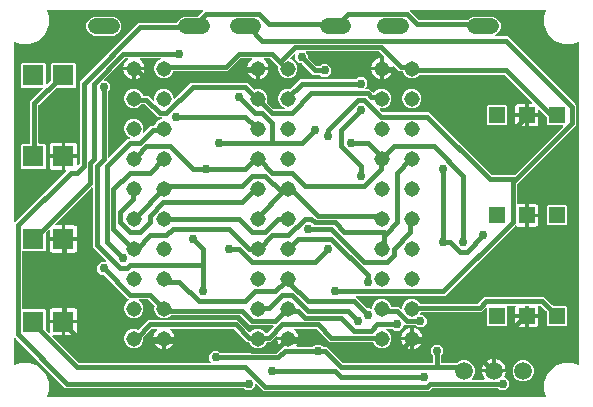
<source format=gbr>
G04 EAGLE Gerber RS-274X export*
G75*
%MOMM*%
%FSLAX34Y34*%
%LPD*%
%INTop Copper*%
%IPPOS*%
%AMOC8*
5,1,8,0,0,1.08239X$1,22.5*%
G01*
%ADD10R,1.800000X1.800000*%
%ADD11C,1.320800*%
%ADD12R,1.408000X1.408000*%
%ADD13C,1.308000*%
%ADD14C,1.508000*%
%ADD15C,0.406400*%
%ADD16C,0.756400*%

G36*
X460844Y10930D02*
X460844Y10930D01*
X460890Y10928D01*
X460965Y10950D01*
X461042Y10962D01*
X461082Y10984D01*
X461126Y10997D01*
X461190Y11041D01*
X461259Y11078D01*
X461291Y11111D01*
X461328Y11137D01*
X461375Y11200D01*
X461428Y11256D01*
X461448Y11298D01*
X461475Y11334D01*
X461499Y11408D01*
X461532Y11479D01*
X461537Y11525D01*
X461551Y11568D01*
X461550Y11646D01*
X461559Y11723D01*
X461549Y11768D01*
X461549Y11814D01*
X461511Y11946D01*
X461507Y11964D01*
X461504Y11968D01*
X461502Y11975D01*
X459839Y15990D01*
X459839Y24010D01*
X462909Y31420D01*
X468580Y37091D01*
X475990Y40161D01*
X484010Y40161D01*
X488025Y38498D01*
X488069Y38487D01*
X488111Y38468D01*
X488188Y38459D01*
X488264Y38442D01*
X488310Y38446D01*
X488355Y38441D01*
X488432Y38457D01*
X488509Y38465D01*
X488551Y38483D01*
X488596Y38493D01*
X488663Y38533D01*
X488734Y38565D01*
X488768Y38596D01*
X488807Y38619D01*
X488858Y38678D01*
X488915Y38731D01*
X488937Y38771D01*
X488967Y38806D01*
X488996Y38879D01*
X489033Y38947D01*
X489042Y38992D01*
X489059Y39034D01*
X489074Y39170D01*
X489077Y39189D01*
X489076Y39194D01*
X489077Y39201D01*
X489077Y310799D01*
X489070Y310844D01*
X489072Y310890D01*
X489050Y310965D01*
X489038Y311042D01*
X489016Y311082D01*
X489003Y311126D01*
X488959Y311190D01*
X488922Y311259D01*
X488889Y311291D01*
X488863Y311328D01*
X488800Y311375D01*
X488744Y311428D01*
X488702Y311448D01*
X488666Y311475D01*
X488592Y311499D01*
X488521Y311532D01*
X488475Y311537D01*
X488432Y311551D01*
X488354Y311550D01*
X488277Y311559D01*
X488232Y311549D01*
X488186Y311549D01*
X488054Y311511D01*
X488036Y311507D01*
X488032Y311504D01*
X488025Y311502D01*
X484010Y309839D01*
X475990Y309839D01*
X468580Y312909D01*
X462909Y318580D01*
X459839Y325990D01*
X459839Y334010D01*
X461502Y338025D01*
X461513Y338069D01*
X461532Y338111D01*
X461541Y338188D01*
X461558Y338264D01*
X461554Y338310D01*
X461559Y338355D01*
X461543Y338432D01*
X461535Y338509D01*
X461517Y338551D01*
X461507Y338596D01*
X461467Y338663D01*
X461435Y338734D01*
X461404Y338768D01*
X461381Y338807D01*
X461322Y338858D01*
X461269Y338915D01*
X461229Y338937D01*
X461194Y338967D01*
X461121Y338996D01*
X461053Y339033D01*
X461008Y339042D01*
X460966Y339059D01*
X460830Y339074D01*
X460811Y339077D01*
X460806Y339076D01*
X460799Y339077D01*
X346733Y339077D01*
X346662Y339066D01*
X346590Y339064D01*
X346541Y339046D01*
X346490Y339038D01*
X346426Y339004D01*
X346359Y338979D01*
X346318Y338947D01*
X346272Y338922D01*
X346223Y338870D01*
X346167Y338826D01*
X346139Y338782D01*
X346103Y338744D01*
X346073Y338679D01*
X346034Y338619D01*
X346021Y338568D01*
X345999Y338521D01*
X345991Y338450D01*
X345974Y338380D01*
X345978Y338328D01*
X345972Y338277D01*
X345988Y338206D01*
X345993Y338135D01*
X346013Y338087D01*
X346025Y338036D01*
X346061Y337975D01*
X346089Y337909D01*
X346134Y337853D01*
X346151Y337825D01*
X346169Y337810D01*
X346194Y337778D01*
X347442Y336530D01*
X353294Y330678D01*
X353368Y330625D01*
X353438Y330565D01*
X353468Y330553D01*
X353494Y330534D01*
X353581Y330507D01*
X353666Y330473D01*
X353707Y330469D01*
X353729Y330462D01*
X353761Y330463D01*
X353833Y330455D01*
X395140Y330455D01*
X395230Y330469D01*
X395321Y330477D01*
X395350Y330489D01*
X395382Y330494D01*
X395463Y330537D01*
X395547Y330573D01*
X395579Y330599D01*
X395600Y330610D01*
X395622Y330633D01*
X395678Y330678D01*
X396891Y331891D01*
X399879Y333129D01*
X416321Y333129D01*
X419309Y331891D01*
X421595Y329605D01*
X422833Y326617D01*
X422833Y323383D01*
X421595Y320395D01*
X419309Y318109D01*
X418923Y317949D01*
X418841Y317898D01*
X418755Y317852D01*
X418737Y317833D01*
X418714Y317820D01*
X418652Y317745D01*
X418585Y317674D01*
X418574Y317650D01*
X418558Y317630D01*
X418523Y317539D01*
X418482Y317451D01*
X418479Y317425D01*
X418469Y317401D01*
X418465Y317303D01*
X418455Y317207D01*
X418460Y317181D01*
X418459Y317155D01*
X418486Y317061D01*
X418507Y316966D01*
X418520Y316944D01*
X418527Y316919D01*
X418583Y316839D01*
X418633Y316755D01*
X418653Y316738D01*
X418668Y316717D01*
X418746Y316658D01*
X418820Y316595D01*
X418844Y316585D01*
X418865Y316570D01*
X418958Y316540D01*
X419048Y316503D01*
X419080Y316500D01*
X419099Y316494D01*
X419132Y316494D01*
X419215Y316485D01*
X428955Y316485D01*
X486919Y258521D01*
X486919Y241605D01*
X484612Y239298D01*
X438247Y192933D01*
X436850Y191536D01*
X436797Y191462D01*
X436737Y191392D01*
X436725Y191362D01*
X436706Y191336D01*
X436679Y191249D01*
X436645Y191164D01*
X436641Y191123D01*
X436634Y191101D01*
X436635Y191069D01*
X436627Y190997D01*
X436627Y175305D01*
X436646Y175189D01*
X436664Y175070D01*
X436666Y175066D01*
X436666Y175062D01*
X436722Y174958D01*
X436777Y174852D01*
X436780Y174849D01*
X436782Y174845D01*
X436868Y174763D01*
X436953Y174680D01*
X436957Y174679D01*
X436960Y174676D01*
X437068Y174626D01*
X437175Y174574D01*
X437179Y174574D01*
X437183Y174572D01*
X437301Y174559D01*
X437419Y174545D01*
X437424Y174545D01*
X437427Y174545D01*
X437441Y174548D01*
X437585Y174570D01*
X437626Y174581D01*
X443477Y174581D01*
X443477Y165762D01*
X443480Y165742D01*
X443478Y165723D01*
X443500Y165621D01*
X443517Y165519D01*
X443526Y165502D01*
X443530Y165482D01*
X443583Y165393D01*
X443632Y165302D01*
X443646Y165288D01*
X443656Y165271D01*
X443735Y165204D01*
X443810Y165133D01*
X443828Y165124D01*
X443843Y165111D01*
X443939Y165073D01*
X444033Y165029D01*
X444053Y165027D01*
X444071Y165019D01*
X444238Y165001D01*
X445001Y165001D01*
X445001Y164999D01*
X444238Y164999D01*
X444218Y164996D01*
X444199Y164998D01*
X444097Y164976D01*
X443995Y164959D01*
X443978Y164950D01*
X443958Y164946D01*
X443869Y164893D01*
X443778Y164844D01*
X443764Y164830D01*
X443747Y164820D01*
X443680Y164741D01*
X443609Y164666D01*
X443600Y164648D01*
X443587Y164633D01*
X443548Y164537D01*
X443505Y164443D01*
X443503Y164423D01*
X443495Y164405D01*
X443477Y164238D01*
X443477Y155419D01*
X437626Y155419D01*
X436979Y155592D01*
X436400Y155927D01*
X436123Y156204D01*
X436107Y156216D01*
X436094Y156231D01*
X436007Y156287D01*
X435923Y156348D01*
X435904Y156354D01*
X435887Y156364D01*
X435787Y156390D01*
X435688Y156420D01*
X435668Y156420D01*
X435649Y156424D01*
X435546Y156416D01*
X435442Y156414D01*
X435423Y156407D01*
X435403Y156405D01*
X435308Y156365D01*
X435211Y156329D01*
X435195Y156317D01*
X435177Y156309D01*
X435046Y156204D01*
X434320Y155478D01*
X375869Y97027D01*
X301001Y97027D01*
X300930Y97016D01*
X300858Y97014D01*
X300809Y96996D01*
X300758Y96988D01*
X300694Y96954D01*
X300627Y96929D01*
X300586Y96897D01*
X300540Y96872D01*
X300491Y96820D01*
X300435Y96776D01*
X300407Y96732D01*
X300371Y96694D01*
X300341Y96629D01*
X300302Y96569D01*
X300289Y96518D01*
X300267Y96471D01*
X300259Y96400D01*
X300242Y96330D01*
X300246Y96278D01*
X300240Y96227D01*
X300256Y96156D01*
X300261Y96085D01*
X300281Y96037D01*
X300293Y95986D01*
X300329Y95925D01*
X300357Y95859D01*
X300402Y95803D01*
X300419Y95775D01*
X300437Y95760D01*
X300462Y95728D01*
X302738Y93452D01*
X309634Y86556D01*
X309708Y86503D01*
X309778Y86443D01*
X309808Y86431D01*
X309834Y86412D01*
X309921Y86385D01*
X310006Y86351D01*
X310047Y86347D01*
X310069Y86340D01*
X310101Y86341D01*
X310173Y86333D01*
X312332Y86333D01*
X312936Y85729D01*
X312994Y85687D01*
X313046Y85638D01*
X313093Y85616D01*
X313135Y85586D01*
X313204Y85564D01*
X313269Y85534D01*
X313321Y85529D01*
X313371Y85513D01*
X313442Y85515D01*
X313513Y85507D01*
X313564Y85518D01*
X313616Y85520D01*
X313684Y85544D01*
X313754Y85559D01*
X313799Y85586D01*
X313847Y85604D01*
X313903Y85649D01*
X313965Y85686D01*
X313999Y85725D01*
X314039Y85758D01*
X314078Y85818D01*
X314125Y85873D01*
X314144Y85921D01*
X314172Y85965D01*
X314190Y86034D01*
X314217Y86101D01*
X314225Y86172D01*
X314233Y86203D01*
X314231Y86226D01*
X314235Y86267D01*
X314235Y87704D01*
X315463Y90668D01*
X317732Y92937D01*
X320696Y94165D01*
X323904Y94165D01*
X326868Y92937D01*
X329137Y90668D01*
X330306Y87847D01*
X330367Y87747D01*
X330427Y87647D01*
X330432Y87643D01*
X330435Y87638D01*
X330525Y87563D01*
X330614Y87487D01*
X330620Y87485D01*
X330625Y87481D01*
X330733Y87439D01*
X330842Y87395D01*
X330850Y87394D01*
X330854Y87393D01*
X330873Y87392D01*
X331009Y87377D01*
X336753Y87377D01*
X338336Y85794D01*
X338394Y85752D01*
X338446Y85703D01*
X338493Y85681D01*
X338535Y85651D01*
X338604Y85630D01*
X338669Y85599D01*
X338721Y85594D01*
X338771Y85578D01*
X338842Y85580D01*
X338913Y85572D01*
X338964Y85583D01*
X339016Y85585D01*
X339084Y85609D01*
X339154Y85625D01*
X339199Y85651D01*
X339247Y85669D01*
X339303Y85714D01*
X339365Y85751D01*
X339399Y85790D01*
X339439Y85823D01*
X339478Y85883D01*
X339525Y85938D01*
X339544Y85986D01*
X339572Y86030D01*
X339590Y86099D01*
X339617Y86166D01*
X339625Y86237D01*
X339633Y86268D01*
X339631Y86292D01*
X339635Y86333D01*
X339635Y87704D01*
X340863Y90668D01*
X343132Y92937D01*
X346096Y94165D01*
X349304Y94165D01*
X352268Y92937D01*
X354537Y90668D01*
X354548Y90641D01*
X354610Y90541D01*
X354670Y90441D01*
X354675Y90437D01*
X354678Y90432D01*
X354768Y90357D01*
X354857Y90281D01*
X354863Y90279D01*
X354867Y90275D01*
X354976Y90233D01*
X355085Y90189D01*
X355092Y90188D01*
X355097Y90187D01*
X355115Y90186D01*
X355252Y90171D01*
X403341Y90171D01*
X403432Y90185D01*
X403522Y90193D01*
X403552Y90205D01*
X403584Y90210D01*
X403665Y90253D01*
X403749Y90289D01*
X403781Y90315D01*
X403802Y90326D01*
X403824Y90349D01*
X403880Y90394D01*
X409245Y95759D01*
X459689Y95759D01*
X466660Y88788D01*
X466734Y88735D01*
X466804Y88675D01*
X466834Y88663D01*
X466860Y88644D01*
X466947Y88617D01*
X467032Y88583D01*
X467073Y88579D01*
X467095Y88572D01*
X467127Y88573D01*
X467199Y88565D01*
X478072Y88565D01*
X478965Y87672D01*
X478965Y72328D01*
X478072Y71435D01*
X462728Y71435D01*
X461835Y72328D01*
X461835Y83237D01*
X461829Y83274D01*
X461830Y83281D01*
X461822Y83319D01*
X461821Y83328D01*
X461813Y83418D01*
X461801Y83448D01*
X461796Y83480D01*
X461781Y83508D01*
X461778Y83521D01*
X461749Y83569D01*
X461717Y83645D01*
X461691Y83677D01*
X461680Y83698D01*
X461662Y83715D01*
X461652Y83732D01*
X461637Y83745D01*
X461612Y83776D01*
X456966Y88422D01*
X456892Y88475D01*
X456822Y88535D01*
X456792Y88547D01*
X456766Y88566D01*
X456679Y88593D01*
X456594Y88627D01*
X456553Y88631D01*
X456531Y88638D01*
X456499Y88637D01*
X456427Y88645D01*
X455232Y88645D01*
X455116Y88626D01*
X454997Y88608D01*
X454994Y88606D01*
X454990Y88606D01*
X454885Y88550D01*
X454779Y88495D01*
X454776Y88492D01*
X454772Y88490D01*
X454690Y88404D01*
X454607Y88319D01*
X454606Y88315D01*
X454603Y88312D01*
X454553Y88204D01*
X454501Y88097D01*
X454501Y88093D01*
X454499Y88089D01*
X454486Y87971D01*
X454472Y87853D01*
X454472Y87848D01*
X454472Y87845D01*
X454475Y87831D01*
X454497Y87687D01*
X454581Y87374D01*
X454581Y81523D01*
X446523Y81523D01*
X446523Y87884D01*
X446520Y87904D01*
X446522Y87923D01*
X446500Y88025D01*
X446483Y88127D01*
X446474Y88144D01*
X446470Y88164D01*
X446417Y88253D01*
X446368Y88344D01*
X446354Y88358D01*
X446344Y88375D01*
X446265Y88442D01*
X446190Y88514D01*
X446172Y88522D01*
X446157Y88535D01*
X446061Y88574D01*
X445967Y88617D01*
X445947Y88619D01*
X445929Y88627D01*
X445762Y88645D01*
X444238Y88645D01*
X444218Y88642D01*
X444199Y88644D01*
X444097Y88622D01*
X443995Y88606D01*
X443978Y88596D01*
X443958Y88592D01*
X443869Y88539D01*
X443778Y88490D01*
X443764Y88476D01*
X443747Y88466D01*
X443680Y88387D01*
X443609Y88312D01*
X443600Y88294D01*
X443587Y88279D01*
X443548Y88183D01*
X443505Y88089D01*
X443503Y88069D01*
X443495Y88051D01*
X443477Y87884D01*
X443477Y81523D01*
X435419Y81523D01*
X435419Y87374D01*
X435503Y87687D01*
X435515Y87806D01*
X435528Y87923D01*
X435527Y87928D01*
X435527Y87932D01*
X435501Y88047D01*
X435476Y88164D01*
X435473Y88167D01*
X435473Y88171D01*
X435411Y88273D01*
X435349Y88375D01*
X435346Y88378D01*
X435344Y88381D01*
X435253Y88458D01*
X435163Y88535D01*
X435159Y88536D01*
X435156Y88539D01*
X435045Y88582D01*
X434934Y88627D01*
X434929Y88627D01*
X434926Y88629D01*
X434913Y88629D01*
X434768Y88645D01*
X428926Y88645D01*
X428906Y88642D01*
X428887Y88644D01*
X428785Y88622D01*
X428683Y88606D01*
X428666Y88596D01*
X428646Y88592D01*
X428557Y88539D01*
X428466Y88490D01*
X428452Y88476D01*
X428435Y88466D01*
X428368Y88387D01*
X428296Y88312D01*
X428288Y88294D01*
X428275Y88279D01*
X428236Y88183D01*
X428193Y88089D01*
X428191Y88069D01*
X428183Y88051D01*
X428165Y87884D01*
X428165Y72328D01*
X427272Y71435D01*
X411928Y71435D01*
X411035Y72328D01*
X411035Y85651D01*
X411024Y85722D01*
X411022Y85794D01*
X411004Y85843D01*
X410996Y85894D01*
X410962Y85958D01*
X410937Y86025D01*
X410905Y86066D01*
X410880Y86112D01*
X410828Y86161D01*
X410784Y86217D01*
X410740Y86245D01*
X410702Y86281D01*
X410637Y86311D01*
X410577Y86350D01*
X410526Y86363D01*
X410479Y86385D01*
X410408Y86393D01*
X410338Y86410D01*
X410286Y86406D01*
X410235Y86412D01*
X410164Y86396D01*
X410093Y86391D01*
X410045Y86371D01*
X409994Y86359D01*
X409933Y86323D01*
X409867Y86295D01*
X409811Y86250D01*
X409783Y86233D01*
X409768Y86215D01*
X409736Y86190D01*
X406603Y83057D01*
X355677Y83057D01*
X355563Y83038D01*
X355447Y83021D01*
X355441Y83019D01*
X355435Y83018D01*
X355332Y82963D01*
X355227Y82910D01*
X355223Y82905D01*
X355217Y82902D01*
X355138Y82818D01*
X355055Y82734D01*
X355051Y82728D01*
X355048Y82724D01*
X355040Y82707D01*
X354974Y82587D01*
X354647Y81797D01*
X354636Y81753D01*
X354617Y81711D01*
X354609Y81634D01*
X354591Y81558D01*
X354595Y81512D01*
X354590Y81467D01*
X354607Y81390D01*
X354614Y81313D01*
X354633Y81271D01*
X354642Y81226D01*
X354682Y81159D01*
X354714Y81088D01*
X354745Y81054D01*
X354768Y81015D01*
X354828Y80964D01*
X354880Y80907D01*
X354920Y80885D01*
X354955Y80855D01*
X355028Y80826D01*
X355096Y80789D01*
X355141Y80780D01*
X355184Y80763D01*
X355319Y80748D01*
X355338Y80745D01*
X355343Y80746D01*
X355350Y80745D01*
X357036Y80745D01*
X360145Y77636D01*
X360145Y73240D01*
X357036Y70131D01*
X352640Y70131D01*
X351113Y71658D01*
X351039Y71711D01*
X350969Y71771D01*
X350939Y71783D01*
X350913Y71802D01*
X350826Y71829D01*
X350741Y71863D01*
X350700Y71867D01*
X350678Y71874D01*
X350646Y71873D01*
X350575Y71881D01*
X342189Y71881D01*
X341886Y72184D01*
X341828Y72226D01*
X341776Y72275D01*
X341729Y72297D01*
X341687Y72327D01*
X341618Y72348D01*
X341553Y72379D01*
X341501Y72384D01*
X341451Y72400D01*
X341380Y72398D01*
X341309Y72406D01*
X341258Y72395D01*
X341206Y72393D01*
X341138Y72369D01*
X341068Y72353D01*
X341023Y72327D01*
X340975Y72309D01*
X340919Y72264D01*
X340857Y72227D01*
X340823Y72188D01*
X340783Y72155D01*
X340744Y72095D01*
X340697Y72040D01*
X340678Y71992D01*
X340650Y71948D01*
X340632Y71879D01*
X340605Y71812D01*
X340597Y71741D01*
X340589Y71710D01*
X340591Y71686D01*
X340587Y71645D01*
X340587Y70446D01*
X337478Y67337D01*
X333082Y67337D01*
X331555Y68864D01*
X331481Y68917D01*
X331411Y68977D01*
X331381Y68989D01*
X331355Y69008D01*
X331268Y69035D01*
X331183Y69069D01*
X331142Y69073D01*
X331120Y69080D01*
X331088Y69079D01*
X331017Y69087D01*
X326953Y69087D01*
X326856Y69072D01*
X326759Y69062D01*
X326735Y69052D01*
X326710Y69048D01*
X326624Y69002D01*
X326535Y68962D01*
X326515Y68945D01*
X326492Y68932D01*
X326425Y68862D01*
X326354Y68796D01*
X326341Y68773D01*
X326323Y68754D01*
X326282Y68666D01*
X326235Y68580D01*
X326230Y68555D01*
X326219Y68531D01*
X326209Y68434D01*
X326191Y68338D01*
X326195Y68312D01*
X326192Y68287D01*
X326213Y68192D01*
X326227Y68095D01*
X326239Y68072D01*
X326245Y68046D01*
X326295Y67963D01*
X326339Y67876D01*
X326357Y67857D01*
X326371Y67835D01*
X326445Y67772D01*
X326514Y67704D01*
X326543Y67688D01*
X326558Y67675D01*
X326588Y67663D01*
X326661Y67623D01*
X326868Y67537D01*
X329137Y65268D01*
X330365Y62304D01*
X330365Y59096D01*
X329137Y56132D01*
X326868Y53863D01*
X323904Y52635D01*
X320696Y52635D01*
X317732Y53863D01*
X315463Y56132D01*
X314921Y57441D01*
X314859Y57541D01*
X314799Y57641D01*
X314794Y57645D01*
X314791Y57650D01*
X314701Y57725D01*
X314612Y57801D01*
X314606Y57803D01*
X314602Y57807D01*
X314493Y57849D01*
X314384Y57893D01*
X314376Y57894D01*
X314372Y57895D01*
X314354Y57896D01*
X314217Y57911D01*
X277927Y57911D01*
X266974Y68864D01*
X266900Y68917D01*
X266830Y68977D01*
X266800Y68989D01*
X266774Y69008D01*
X266687Y69035D01*
X266602Y69069D01*
X266561Y69073D01*
X266539Y69080D01*
X266507Y69079D01*
X266435Y69087D01*
X248993Y69087D01*
X248922Y69076D01*
X248850Y69074D01*
X248801Y69056D01*
X248750Y69048D01*
X248687Y69014D01*
X248619Y68989D01*
X248578Y68957D01*
X248532Y68932D01*
X248483Y68880D01*
X248427Y68836D01*
X248399Y68792D01*
X248363Y68754D01*
X248333Y68689D01*
X248294Y68629D01*
X248281Y68578D01*
X248259Y68531D01*
X248252Y68460D01*
X248234Y68390D01*
X248238Y68338D01*
X248232Y68287D01*
X248248Y68216D01*
X248253Y68145D01*
X248274Y68097D01*
X248285Y68046D01*
X248321Y67985D01*
X248350Y67919D01*
X248394Y67863D01*
X248411Y67835D01*
X248429Y67820D01*
X248454Y67788D01*
X249753Y66489D01*
X250747Y65001D01*
X251432Y63349D01*
X251656Y62223D01*
X243462Y62223D01*
X243442Y62220D01*
X243423Y62222D01*
X243321Y62200D01*
X243219Y62183D01*
X243202Y62174D01*
X243182Y62170D01*
X243093Y62117D01*
X243002Y62068D01*
X242988Y62054D01*
X242971Y62044D01*
X242904Y61965D01*
X242833Y61890D01*
X242824Y61872D01*
X242811Y61857D01*
X242773Y61761D01*
X242729Y61667D01*
X242727Y61647D01*
X242719Y61629D01*
X242701Y61462D01*
X242701Y60699D01*
X242699Y60699D01*
X242699Y61462D01*
X242696Y61482D01*
X242698Y61501D01*
X242676Y61603D01*
X242659Y61705D01*
X242650Y61722D01*
X242646Y61742D01*
X242593Y61831D01*
X242544Y61922D01*
X242530Y61936D01*
X242520Y61953D01*
X242441Y62020D01*
X242366Y62091D01*
X242348Y62100D01*
X242333Y62113D01*
X242237Y62152D01*
X242143Y62195D01*
X242123Y62197D01*
X242105Y62205D01*
X241938Y62223D01*
X233623Y62223D01*
X233601Y62297D01*
X233588Y62316D01*
X233580Y62338D01*
X233517Y62416D01*
X233459Y62498D01*
X233441Y62512D01*
X233426Y62530D01*
X233342Y62584D01*
X233261Y62643D01*
X233239Y62650D01*
X233219Y62663D01*
X233122Y62687D01*
X233026Y62717D01*
X233003Y62717D01*
X232981Y62723D01*
X232881Y62715D01*
X232780Y62713D01*
X232759Y62705D01*
X232736Y62704D01*
X232644Y62664D01*
X232549Y62631D01*
X232531Y62616D01*
X232509Y62607D01*
X232378Y62502D01*
X230094Y60218D01*
X227787Y57911D01*
X225383Y57911D01*
X225268Y57892D01*
X225152Y57875D01*
X225146Y57873D01*
X225140Y57872D01*
X225037Y57817D01*
X224933Y57764D01*
X224928Y57759D01*
X224923Y57756D01*
X224843Y57672D01*
X224760Y57588D01*
X224757Y57582D01*
X224753Y57578D01*
X224745Y57561D01*
X224679Y57441D01*
X224137Y56132D01*
X221868Y53863D01*
X218904Y52635D01*
X215696Y52635D01*
X212732Y53863D01*
X210463Y56132D01*
X209921Y57441D01*
X209859Y57541D01*
X209799Y57641D01*
X209794Y57645D01*
X209791Y57650D01*
X209701Y57725D01*
X209612Y57801D01*
X209606Y57803D01*
X209602Y57807D01*
X209493Y57849D01*
X209384Y57893D01*
X209376Y57894D01*
X209372Y57895D01*
X209354Y57896D01*
X209217Y57911D01*
X208077Y57911D01*
X197124Y68864D01*
X197050Y68917D01*
X196980Y68977D01*
X196950Y68989D01*
X196924Y69008D01*
X196837Y69035D01*
X196752Y69069D01*
X196711Y69073D01*
X196689Y69080D01*
X196657Y69079D01*
X196585Y69087D01*
X143993Y69087D01*
X143922Y69076D01*
X143850Y69074D01*
X143801Y69056D01*
X143750Y69048D01*
X143687Y69014D01*
X143619Y68989D01*
X143578Y68957D01*
X143532Y68932D01*
X143483Y68880D01*
X143427Y68836D01*
X143399Y68792D01*
X143363Y68754D01*
X143333Y68689D01*
X143294Y68629D01*
X143281Y68578D01*
X143259Y68531D01*
X143252Y68460D01*
X143234Y68390D01*
X143238Y68338D01*
X143232Y68287D01*
X143248Y68216D01*
X143253Y68145D01*
X143274Y68097D01*
X143285Y68046D01*
X143321Y67985D01*
X143350Y67919D01*
X143394Y67863D01*
X143411Y67835D01*
X143429Y67820D01*
X143454Y67788D01*
X144753Y66489D01*
X145747Y65001D01*
X146432Y63349D01*
X146656Y62223D01*
X138462Y62223D01*
X138442Y62220D01*
X138423Y62222D01*
X138321Y62200D01*
X138219Y62183D01*
X138202Y62174D01*
X138182Y62170D01*
X138093Y62117D01*
X138002Y62068D01*
X137988Y62054D01*
X137971Y62044D01*
X137904Y61965D01*
X137833Y61890D01*
X137824Y61872D01*
X137811Y61857D01*
X137773Y61761D01*
X137729Y61667D01*
X137727Y61647D01*
X137719Y61629D01*
X137701Y61462D01*
X137701Y60699D01*
X137699Y60699D01*
X137699Y61462D01*
X137696Y61482D01*
X137698Y61501D01*
X137676Y61603D01*
X137659Y61705D01*
X137650Y61722D01*
X137646Y61742D01*
X137593Y61831D01*
X137544Y61922D01*
X137530Y61936D01*
X137520Y61953D01*
X137441Y62020D01*
X137366Y62091D01*
X137348Y62100D01*
X137333Y62113D01*
X137237Y62152D01*
X137143Y62195D01*
X137123Y62197D01*
X137105Y62205D01*
X136938Y62223D01*
X128744Y62223D01*
X128968Y63349D01*
X129653Y65001D01*
X130647Y66489D01*
X131946Y67788D01*
X131988Y67846D01*
X132037Y67898D01*
X132059Y67945D01*
X132089Y67987D01*
X132110Y68056D01*
X132141Y68121D01*
X132146Y68173D01*
X132162Y68223D01*
X132160Y68294D01*
X132168Y68365D01*
X132157Y68416D01*
X132155Y68468D01*
X132131Y68536D01*
X132115Y68606D01*
X132089Y68651D01*
X132071Y68699D01*
X132026Y68755D01*
X131989Y68817D01*
X131950Y68851D01*
X131917Y68891D01*
X131857Y68930D01*
X131802Y68977D01*
X131754Y68996D01*
X131710Y69024D01*
X131641Y69042D01*
X131574Y69069D01*
X131503Y69077D01*
X131472Y69085D01*
X131448Y69083D01*
X131407Y69087D01*
X127519Y69087D01*
X127428Y69073D01*
X127338Y69065D01*
X127308Y69053D01*
X127276Y69048D01*
X127195Y69005D01*
X127111Y68969D01*
X127079Y68943D01*
X127058Y68932D01*
X127036Y68909D01*
X126980Y68864D01*
X120588Y62472D01*
X120535Y62398D01*
X120507Y62366D01*
X120496Y62355D01*
X120495Y62352D01*
X120475Y62328D01*
X120463Y62298D01*
X120444Y62272D01*
X120417Y62185D01*
X120415Y62180D01*
X120393Y62131D01*
X120392Y62121D01*
X120383Y62100D01*
X120379Y62059D01*
X120372Y62037D01*
X120373Y62005D01*
X120365Y61933D01*
X120365Y59096D01*
X119137Y56132D01*
X116868Y53863D01*
X113904Y52635D01*
X110696Y52635D01*
X107732Y53863D01*
X105463Y56132D01*
X104235Y59096D01*
X104235Y62304D01*
X105463Y65268D01*
X107732Y67537D01*
X110696Y68765D01*
X113904Y68765D01*
X115497Y68105D01*
X115610Y68078D01*
X115724Y68050D01*
X115730Y68050D01*
X115736Y68049D01*
X115853Y68060D01*
X115969Y68069D01*
X115975Y68071D01*
X115981Y68072D01*
X116088Y68120D01*
X116195Y68165D01*
X116201Y68170D01*
X116206Y68172D01*
X116219Y68185D01*
X116326Y68270D01*
X124257Y76201D01*
X199847Y76201D01*
X202154Y73894D01*
X210083Y65965D01*
X210099Y65953D01*
X210112Y65938D01*
X210199Y65882D01*
X210283Y65821D01*
X210302Y65816D01*
X210319Y65805D01*
X210419Y65779D01*
X210518Y65749D01*
X210538Y65750D01*
X210557Y65745D01*
X210660Y65753D01*
X210764Y65755D01*
X210783Y65762D01*
X210802Y65764D01*
X210897Y65804D01*
X210995Y65840D01*
X211010Y65852D01*
X211029Y65860D01*
X211160Y65965D01*
X212732Y67537D01*
X215696Y68765D01*
X218904Y68765D01*
X221868Y67537D01*
X224072Y65333D01*
X224089Y65321D01*
X224101Y65306D01*
X224188Y65250D01*
X224272Y65189D01*
X224291Y65184D01*
X224308Y65173D01*
X224408Y65147D01*
X224507Y65117D01*
X224527Y65118D01*
X224546Y65113D01*
X224649Y65121D01*
X224753Y65123D01*
X224772Y65130D01*
X224792Y65132D01*
X224886Y65172D01*
X224984Y65208D01*
X225000Y65220D01*
X225018Y65228D01*
X225149Y65333D01*
X230398Y70582D01*
X230440Y70640D01*
X230489Y70692D01*
X230511Y70739D01*
X230541Y70781D01*
X230562Y70850D01*
X230593Y70915D01*
X230598Y70967D01*
X230614Y71017D01*
X230612Y71088D01*
X230620Y71159D01*
X230609Y71210D01*
X230607Y71262D01*
X230583Y71330D01*
X230567Y71400D01*
X230541Y71444D01*
X230523Y71493D01*
X230478Y71549D01*
X230441Y71611D01*
X230402Y71645D01*
X230369Y71685D01*
X230309Y71724D01*
X230254Y71771D01*
X230206Y71790D01*
X230162Y71818D01*
X230093Y71836D01*
X230026Y71863D01*
X229955Y71871D01*
X229924Y71879D01*
X229900Y71877D01*
X229859Y71881D01*
X210871Y71881D01*
X202712Y80040D01*
X202638Y80093D01*
X202568Y80153D01*
X202538Y80165D01*
X202512Y80184D01*
X202425Y80211D01*
X202340Y80245D01*
X202299Y80249D01*
X202277Y80256D01*
X202245Y80255D01*
X202173Y80263D01*
X143584Y80263D01*
X143494Y80249D01*
X143403Y80241D01*
X143373Y80229D01*
X143341Y80224D01*
X143260Y80181D01*
X143177Y80145D01*
X143144Y80119D01*
X143124Y80108D01*
X143102Y80085D01*
X143046Y80040D01*
X142268Y79263D01*
X139304Y78035D01*
X136096Y78035D01*
X133132Y79263D01*
X130863Y81532D01*
X129635Y84496D01*
X129635Y87704D01*
X129778Y88048D01*
X129804Y88161D01*
X129833Y88275D01*
X129832Y88281D01*
X129834Y88287D01*
X129823Y88404D01*
X129814Y88520D01*
X129811Y88526D01*
X129811Y88532D01*
X129763Y88640D01*
X129717Y88746D01*
X129713Y88752D01*
X129711Y88757D01*
X129698Y88771D01*
X129613Y88877D01*
X124480Y94010D01*
X124406Y94063D01*
X124336Y94123D01*
X124306Y94135D01*
X124280Y94154D01*
X124193Y94181D01*
X124108Y94215D01*
X124067Y94219D01*
X124045Y94226D01*
X124013Y94225D01*
X123941Y94233D01*
X117410Y94233D01*
X117339Y94222D01*
X117267Y94220D01*
X117218Y94202D01*
X117167Y94194D01*
X117104Y94160D01*
X117036Y94135D01*
X116996Y94103D01*
X116950Y94078D01*
X116900Y94026D01*
X116844Y93982D01*
X116816Y93938D01*
X116780Y93900D01*
X116750Y93835D01*
X116711Y93775D01*
X116699Y93724D01*
X116677Y93677D01*
X116669Y93606D01*
X116651Y93536D01*
X116655Y93484D01*
X116650Y93433D01*
X116665Y93362D01*
X116670Y93291D01*
X116691Y93243D01*
X116702Y93192D01*
X116739Y93131D01*
X116767Y93065D01*
X116811Y93009D01*
X116828Y92981D01*
X116846Y92966D01*
X116871Y92934D01*
X119137Y90668D01*
X120365Y87704D01*
X120365Y84496D01*
X119137Y81532D01*
X116868Y79263D01*
X113904Y78035D01*
X110696Y78035D01*
X107732Y79263D01*
X105463Y81532D01*
X104235Y84496D01*
X104235Y87704D01*
X105463Y90668D01*
X107729Y92934D01*
X107770Y92992D01*
X107820Y93044D01*
X107842Y93091D01*
X107872Y93133D01*
X107893Y93202D01*
X107923Y93267D01*
X107929Y93319D01*
X107944Y93369D01*
X107943Y93440D01*
X107950Y93511D01*
X107939Y93562D01*
X107938Y93614D01*
X107913Y93682D01*
X107898Y93752D01*
X107871Y93797D01*
X107854Y93845D01*
X107809Y93901D01*
X107772Y93963D01*
X107732Y93997D01*
X107700Y94037D01*
X107668Y94058D01*
X87114Y114612D01*
X87040Y114665D01*
X86970Y114725D01*
X86940Y114737D01*
X86914Y114756D01*
X86827Y114783D01*
X86742Y114817D01*
X86701Y114821D01*
X86679Y114828D01*
X86647Y114827D01*
X86575Y114835D01*
X84416Y114835D01*
X81307Y117944D01*
X81307Y122340D01*
X84416Y125449D01*
X88409Y125449D01*
X88480Y125460D01*
X88552Y125462D01*
X88601Y125480D01*
X88652Y125488D01*
X88716Y125522D01*
X88783Y125547D01*
X88824Y125579D01*
X88870Y125604D01*
X88919Y125656D01*
X88975Y125700D01*
X89003Y125744D01*
X89039Y125782D01*
X89069Y125847D01*
X89108Y125907D01*
X89121Y125958D01*
X89143Y126005D01*
X89151Y126076D01*
X89168Y126146D01*
X89164Y126198D01*
X89170Y126249D01*
X89154Y126320D01*
X89149Y126391D01*
X89129Y126439D01*
X89117Y126490D01*
X89081Y126551D01*
X89053Y126617D01*
X89008Y126673D01*
X88991Y126701D01*
X88973Y126716D01*
X88948Y126748D01*
X77469Y138227D01*
X77469Y187949D01*
X77458Y188020D01*
X77456Y188092D01*
X77438Y188141D01*
X77430Y188192D01*
X77396Y188255D01*
X77371Y188323D01*
X77339Y188364D01*
X77314Y188410D01*
X77263Y188459D01*
X77218Y188515D01*
X77174Y188543D01*
X77136Y188579D01*
X77071Y188609D01*
X77011Y188648D01*
X76960Y188661D01*
X76913Y188683D01*
X76842Y188691D01*
X76772Y188708D01*
X76720Y188704D01*
X76669Y188710D01*
X76598Y188694D01*
X76527Y188689D01*
X76479Y188669D01*
X76428Y188657D01*
X76367Y188621D01*
X76301Y188593D01*
X76245Y188548D01*
X76217Y188531D01*
X76202Y188513D01*
X76170Y188488D01*
X45522Y157840D01*
X45480Y157782D01*
X45431Y157730D01*
X45409Y157683D01*
X45379Y157641D01*
X45358Y157572D01*
X45327Y157507D01*
X45322Y157455D01*
X45306Y157405D01*
X45308Y157334D01*
X45300Y157263D01*
X45311Y157212D01*
X45313Y157160D01*
X45337Y157092D01*
X45353Y157022D01*
X45379Y156978D01*
X45397Y156929D01*
X45442Y156873D01*
X45479Y156811D01*
X45518Y156777D01*
X45551Y156737D01*
X45611Y156698D01*
X45666Y156651D01*
X45714Y156632D01*
X45758Y156604D01*
X45827Y156586D01*
X45894Y156559D01*
X45965Y156551D01*
X45996Y156543D01*
X46020Y156545D01*
X46061Y156541D01*
X51177Y156541D01*
X51177Y146523D01*
X41159Y146523D01*
X41159Y151639D01*
X41148Y151710D01*
X41146Y151782D01*
X41128Y151831D01*
X41120Y151882D01*
X41086Y151945D01*
X41061Y152013D01*
X41029Y152054D01*
X41004Y152100D01*
X40953Y152149D01*
X40908Y152205D01*
X40864Y152233D01*
X40826Y152269D01*
X40761Y152299D01*
X40701Y152338D01*
X40650Y152351D01*
X40603Y152373D01*
X40532Y152381D01*
X40462Y152398D01*
X40410Y152394D01*
X40359Y152400D01*
X40288Y152384D01*
X40217Y152379D01*
X40169Y152359D01*
X40118Y152347D01*
X40057Y152311D01*
X39991Y152283D01*
X39935Y152238D01*
X39907Y152221D01*
X39892Y152203D01*
X39860Y152178D01*
X38048Y150366D01*
X37995Y150292D01*
X37935Y150222D01*
X37923Y150192D01*
X37904Y150166D01*
X37877Y150079D01*
X37843Y149994D01*
X37839Y149953D01*
X37832Y149931D01*
X37833Y149899D01*
X37825Y149827D01*
X37825Y135368D01*
X36932Y134475D01*
X18288Y134475D01*
X18268Y134472D01*
X18249Y134474D01*
X18147Y134452D01*
X18045Y134436D01*
X18028Y134426D01*
X18008Y134422D01*
X17919Y134369D01*
X17828Y134320D01*
X17814Y134306D01*
X17797Y134296D01*
X17730Y134217D01*
X17658Y134142D01*
X17650Y134124D01*
X17637Y134109D01*
X17598Y134013D01*
X17555Y133919D01*
X17553Y133899D01*
X17545Y133881D01*
X17527Y133714D01*
X17527Y86286D01*
X17530Y86266D01*
X17528Y86247D01*
X17550Y86145D01*
X17566Y86043D01*
X17576Y86026D01*
X17580Y86006D01*
X17633Y85917D01*
X17682Y85826D01*
X17696Y85812D01*
X17706Y85795D01*
X17785Y85728D01*
X17860Y85656D01*
X17878Y85648D01*
X17893Y85635D01*
X17989Y85596D01*
X18083Y85553D01*
X18103Y85551D01*
X18121Y85543D01*
X18288Y85525D01*
X36932Y85525D01*
X37825Y84632D01*
X37825Y68105D01*
X37839Y68014D01*
X37847Y67924D01*
X37859Y67894D01*
X37864Y67862D01*
X37907Y67781D01*
X37943Y67697D01*
X37969Y67665D01*
X37980Y67644D01*
X38003Y67622D01*
X38048Y67566D01*
X39860Y65754D01*
X39918Y65712D01*
X39970Y65663D01*
X40017Y65641D01*
X40059Y65611D01*
X40128Y65590D01*
X40193Y65559D01*
X40245Y65554D01*
X40295Y65538D01*
X40366Y65540D01*
X40437Y65532D01*
X40488Y65543D01*
X40540Y65545D01*
X40608Y65569D01*
X40678Y65585D01*
X40723Y65611D01*
X40771Y65629D01*
X40827Y65674D01*
X40889Y65711D01*
X40923Y65750D01*
X40963Y65783D01*
X41002Y65843D01*
X41049Y65898D01*
X41068Y65946D01*
X41096Y65990D01*
X41114Y66059D01*
X41141Y66126D01*
X41149Y66197D01*
X41157Y66228D01*
X41155Y66252D01*
X41159Y66293D01*
X41159Y73477D01*
X51177Y73477D01*
X51177Y63459D01*
X43993Y63459D01*
X43922Y63448D01*
X43850Y63446D01*
X43801Y63428D01*
X43750Y63420D01*
X43686Y63386D01*
X43619Y63361D01*
X43578Y63329D01*
X43532Y63304D01*
X43483Y63252D01*
X43427Y63208D01*
X43399Y63164D01*
X43363Y63126D01*
X43333Y63061D01*
X43294Y63001D01*
X43281Y62950D01*
X43259Y62903D01*
X43251Y62832D01*
X43234Y62762D01*
X43238Y62710D01*
X43232Y62659D01*
X43248Y62588D01*
X43253Y62517D01*
X43273Y62469D01*
X43285Y62418D01*
X43321Y62357D01*
X43349Y62291D01*
X43394Y62235D01*
X43411Y62207D01*
X43419Y62200D01*
X43421Y62197D01*
X43432Y62187D01*
X43454Y62160D01*
X65512Y40102D01*
X65586Y40049D01*
X65656Y39989D01*
X65686Y39977D01*
X65712Y39958D01*
X65799Y39931D01*
X65884Y39897D01*
X65925Y39893D01*
X65947Y39886D01*
X65979Y39887D01*
X66051Y39879D01*
X177093Y39879D01*
X177163Y39890D01*
X177235Y39892D01*
X177284Y39910D01*
X177335Y39918D01*
X177399Y39952D01*
X177466Y39977D01*
X177507Y40009D01*
X177553Y40034D01*
X177602Y40086D01*
X177658Y40130D01*
X177686Y40174D01*
X177722Y40212D01*
X177752Y40277D01*
X177791Y40337D01*
X177804Y40388D01*
X177826Y40435D01*
X177834Y40506D01*
X177851Y40576D01*
X177847Y40628D01*
X177853Y40679D01*
X177838Y40750D01*
X177832Y40821D01*
X177812Y40869D01*
X177801Y40920D01*
X177764Y40981D01*
X177736Y41047D01*
X177691Y41103D01*
X177674Y41131D01*
X177657Y41146D01*
X177631Y41178D01*
X176303Y42506D01*
X176303Y46902D01*
X179412Y50011D01*
X183808Y50011D01*
X185335Y48484D01*
X185409Y48431D01*
X185479Y48371D01*
X185509Y48359D01*
X185535Y48340D01*
X185622Y48313D01*
X185707Y48279D01*
X185748Y48275D01*
X185770Y48268D01*
X185802Y48269D01*
X185873Y48261D01*
X232907Y48261D01*
X232998Y48275D01*
X233088Y48283D01*
X233118Y48295D01*
X233150Y48300D01*
X233231Y48343D01*
X233315Y48379D01*
X233347Y48405D01*
X233368Y48416D01*
X233390Y48439D01*
X233446Y48484D01*
X237273Y52311D01*
X237328Y52387D01*
X237389Y52460D01*
X237399Y52487D01*
X237416Y52511D01*
X237444Y52601D01*
X237479Y52689D01*
X237480Y52718D01*
X237489Y52746D01*
X237486Y52840D01*
X237491Y52934D01*
X237483Y52962D01*
X237482Y52992D01*
X237450Y53080D01*
X237424Y53171D01*
X237408Y53195D01*
X237398Y53223D01*
X237339Y53296D01*
X237286Y53374D01*
X237258Y53398D01*
X237244Y53415D01*
X237217Y53432D01*
X237157Y53482D01*
X236911Y53647D01*
X235647Y54911D01*
X234653Y56399D01*
X233968Y58051D01*
X233744Y59177D01*
X241177Y59177D01*
X241177Y54610D01*
X241180Y54590D01*
X241178Y54571D01*
X241200Y54469D01*
X241217Y54367D01*
X241226Y54350D01*
X241230Y54330D01*
X241283Y54241D01*
X241332Y54150D01*
X241346Y54136D01*
X241356Y54119D01*
X241435Y54052D01*
X241510Y53980D01*
X241528Y53972D01*
X241543Y53959D01*
X241639Y53920D01*
X241733Y53877D01*
X241753Y53875D01*
X241771Y53867D01*
X241938Y53849D01*
X243462Y53849D01*
X243482Y53852D01*
X243501Y53850D01*
X243603Y53872D01*
X243705Y53888D01*
X243722Y53898D01*
X243742Y53902D01*
X243831Y53955D01*
X243922Y54004D01*
X243936Y54018D01*
X243953Y54028D01*
X244020Y54107D01*
X244091Y54182D01*
X244100Y54200D01*
X244113Y54215D01*
X244152Y54311D01*
X244195Y54405D01*
X244197Y54425D01*
X244205Y54443D01*
X244223Y54610D01*
X244223Y59177D01*
X251656Y59177D01*
X251432Y58051D01*
X250747Y56399D01*
X249835Y55033D01*
X249785Y54924D01*
X249734Y54815D01*
X249734Y54812D01*
X249733Y54809D01*
X249720Y54689D01*
X249707Y54571D01*
X249708Y54567D01*
X249708Y54564D01*
X249734Y54448D01*
X249760Y54330D01*
X249761Y54327D01*
X249762Y54324D01*
X249824Y54222D01*
X249886Y54119D01*
X249888Y54117D01*
X249890Y54114D01*
X249982Y54037D01*
X250073Y53959D01*
X250076Y53958D01*
X250078Y53956D01*
X250189Y53912D01*
X250301Y53867D01*
X250305Y53867D01*
X250307Y53866D01*
X250318Y53865D01*
X250468Y53849D01*
X263961Y53849D01*
X264051Y53863D01*
X264142Y53871D01*
X264171Y53883D01*
X264203Y53888D01*
X264284Y53931D01*
X264368Y53967D01*
X264400Y53993D01*
X264421Y54004D01*
X264443Y54027D01*
X264499Y54072D01*
X266026Y55599D01*
X270422Y55599D01*
X271949Y54072D01*
X272023Y54019D01*
X272093Y53959D01*
X272123Y53947D01*
X272149Y53928D01*
X272236Y53901D01*
X272321Y53867D01*
X272362Y53863D01*
X272384Y53856D01*
X272416Y53857D01*
X272487Y53849D01*
X275285Y53849D01*
X289032Y40102D01*
X289106Y40049D01*
X289176Y39989D01*
X289206Y39977D01*
X289232Y39958D01*
X289319Y39931D01*
X289404Y39897D01*
X289445Y39893D01*
X289467Y39886D01*
X289499Y39887D01*
X289571Y39879D01*
X364490Y39879D01*
X364510Y39882D01*
X364529Y39880D01*
X364631Y39902D01*
X364733Y39918D01*
X364750Y39928D01*
X364770Y39932D01*
X364859Y39985D01*
X364950Y40034D01*
X364964Y40048D01*
X364981Y40058D01*
X365048Y40137D01*
X365120Y40212D01*
X365128Y40230D01*
X365141Y40245D01*
X365180Y40341D01*
X365223Y40435D01*
X365225Y40455D01*
X365233Y40473D01*
X365251Y40640D01*
X365251Y46029D01*
X365237Y46119D01*
X365229Y46210D01*
X365217Y46239D01*
X365212Y46271D01*
X365169Y46352D01*
X365133Y46436D01*
X365107Y46468D01*
X365096Y46489D01*
X365073Y46511D01*
X365028Y46567D01*
X363501Y48094D01*
X363501Y52490D01*
X366610Y55599D01*
X371006Y55599D01*
X374115Y52490D01*
X374115Y48094D01*
X372588Y46567D01*
X372535Y46493D01*
X372475Y46423D01*
X372463Y46393D01*
X372444Y46367D01*
X372417Y46280D01*
X372383Y46195D01*
X372379Y46154D01*
X372372Y46132D01*
X372373Y46100D01*
X372365Y46029D01*
X372365Y40640D01*
X372368Y40620D01*
X372366Y40601D01*
X372388Y40499D01*
X372404Y40397D01*
X372414Y40380D01*
X372418Y40360D01*
X372471Y40271D01*
X372520Y40180D01*
X372534Y40166D01*
X372544Y40149D01*
X372623Y40082D01*
X372698Y40010D01*
X372716Y40002D01*
X372731Y39989D01*
X372827Y39950D01*
X372921Y39907D01*
X372941Y39905D01*
X372959Y39897D01*
X373126Y39879D01*
X385244Y39879D01*
X385334Y39893D01*
X385425Y39901D01*
X385455Y39913D01*
X385487Y39918D01*
X385567Y39961D01*
X385651Y39997D01*
X385683Y40023D01*
X385704Y40034D01*
X385726Y40057D01*
X385782Y40102D01*
X386865Y41185D01*
X390197Y42565D01*
X393803Y42565D01*
X397135Y41185D01*
X399685Y38635D01*
X401065Y35303D01*
X401065Y31697D01*
X399685Y28365D01*
X398528Y27208D01*
X398486Y27150D01*
X398437Y27098D01*
X398415Y27051D01*
X398384Y27009D01*
X398363Y26940D01*
X398333Y26875D01*
X398327Y26823D01*
X398312Y26773D01*
X398314Y26702D01*
X398306Y26631D01*
X398317Y26580D01*
X398318Y26528D01*
X398343Y26460D01*
X398358Y26390D01*
X398385Y26345D01*
X398403Y26297D01*
X398448Y26241D01*
X398484Y26179D01*
X398524Y26145D01*
X398556Y26105D01*
X398617Y26066D01*
X398671Y26019D01*
X398719Y26000D01*
X398763Y25972D01*
X398833Y25954D01*
X398899Y25927D01*
X398971Y25919D01*
X399002Y25911D01*
X399025Y25913D01*
X399066Y25909D01*
X408561Y25909D01*
X408573Y25911D01*
X408585Y25909D01*
X408694Y25930D01*
X408804Y25948D01*
X408814Y25954D01*
X408826Y25956D01*
X408923Y26012D01*
X409021Y26064D01*
X409029Y26072D01*
X409040Y26078D01*
X409114Y26161D01*
X409190Y26242D01*
X409195Y26253D01*
X409203Y26262D01*
X409247Y26364D01*
X409294Y26465D01*
X409295Y26477D01*
X409300Y26488D01*
X409309Y26599D01*
X409321Y26709D01*
X409319Y26721D01*
X409320Y26733D01*
X409293Y26841D01*
X409269Y26950D01*
X409263Y26960D01*
X409260Y26972D01*
X409177Y27117D01*
X408378Y28217D01*
X407658Y29630D01*
X407167Y31139D01*
X407035Y31977D01*
X416238Y31977D01*
X416258Y31980D01*
X416277Y31978D01*
X416379Y32000D01*
X416481Y32017D01*
X416498Y32026D01*
X416518Y32030D01*
X416607Y32083D01*
X416698Y32132D01*
X416712Y32146D01*
X416729Y32156D01*
X416796Y32235D01*
X416867Y32310D01*
X416876Y32328D01*
X416889Y32343D01*
X416927Y32439D01*
X416971Y32533D01*
X416973Y32553D01*
X416981Y32571D01*
X416999Y32738D01*
X416999Y33501D01*
X417001Y33501D01*
X417001Y32738D01*
X417004Y32718D01*
X417002Y32699D01*
X417024Y32597D01*
X417041Y32495D01*
X417050Y32478D01*
X417054Y32458D01*
X417107Y32369D01*
X417156Y32278D01*
X417170Y32264D01*
X417180Y32247D01*
X417259Y32180D01*
X417334Y32109D01*
X417352Y32100D01*
X417367Y32087D01*
X417463Y32048D01*
X417557Y32005D01*
X417577Y32003D01*
X417595Y31995D01*
X417762Y31977D01*
X426965Y31977D01*
X426833Y31139D01*
X426342Y29630D01*
X425902Y28766D01*
X425879Y28694D01*
X425847Y28625D01*
X425841Y28577D01*
X425827Y28531D01*
X425828Y28456D01*
X425820Y28381D01*
X425830Y28333D01*
X425831Y28285D01*
X425856Y28214D01*
X425872Y28140D01*
X425897Y28099D01*
X425913Y28053D01*
X425959Y27994D01*
X425998Y27929D01*
X426035Y27898D01*
X426064Y27860D01*
X426127Y27818D01*
X426185Y27769D01*
X426230Y27751D01*
X426270Y27725D01*
X426343Y27705D01*
X426413Y27677D01*
X426478Y27670D01*
X426508Y27662D01*
X426533Y27664D01*
X426580Y27659D01*
X426886Y27659D01*
X429995Y24550D01*
X429995Y20154D01*
X426886Y17045D01*
X422490Y17045D01*
X420963Y18572D01*
X420889Y18625D01*
X420819Y18685D01*
X420789Y18697D01*
X420763Y18716D01*
X420676Y18743D01*
X420591Y18777D01*
X420550Y18781D01*
X420528Y18788D01*
X420496Y18787D01*
X420425Y18795D01*
X365009Y18795D01*
X364918Y18781D01*
X364828Y18773D01*
X364798Y18761D01*
X364766Y18756D01*
X364685Y18713D01*
X364601Y18677D01*
X364569Y18651D01*
X364548Y18640D01*
X364526Y18617D01*
X364470Y18572D01*
X361899Y16001D01*
X222047Y16001D01*
X216156Y21892D01*
X216098Y21934D01*
X216046Y21983D01*
X215999Y22005D01*
X215957Y22035D01*
X215888Y22056D01*
X215823Y22087D01*
X215771Y22092D01*
X215721Y22108D01*
X215650Y22106D01*
X215579Y22114D01*
X215528Y22103D01*
X215476Y22101D01*
X215408Y22077D01*
X215338Y22061D01*
X215293Y22035D01*
X215245Y22017D01*
X215189Y21972D01*
X215127Y21935D01*
X215093Y21896D01*
X215053Y21863D01*
X215014Y21803D01*
X214967Y21748D01*
X214948Y21700D01*
X214920Y21656D01*
X214902Y21587D01*
X214875Y21520D01*
X214867Y21449D01*
X214859Y21418D01*
X214861Y21394D01*
X214857Y21353D01*
X214857Y20154D01*
X211748Y17045D01*
X207352Y17045D01*
X205825Y18572D01*
X205751Y18625D01*
X205681Y18685D01*
X205651Y18697D01*
X205625Y18716D01*
X205538Y18743D01*
X205453Y18777D01*
X205412Y18781D01*
X205390Y18788D01*
X205358Y18787D01*
X205287Y18795D01*
X54407Y18795D01*
X12720Y60482D01*
X12222Y60980D01*
X12164Y61022D01*
X12112Y61071D01*
X12065Y61093D01*
X12023Y61123D01*
X11954Y61144D01*
X11889Y61175D01*
X11837Y61180D01*
X11787Y61196D01*
X11716Y61194D01*
X11645Y61202D01*
X11594Y61191D01*
X11542Y61189D01*
X11474Y61165D01*
X11404Y61149D01*
X11359Y61123D01*
X11311Y61105D01*
X11255Y61060D01*
X11193Y61023D01*
X11159Y60984D01*
X11119Y60951D01*
X11080Y60891D01*
X11033Y60836D01*
X11014Y60788D01*
X10986Y60744D01*
X10968Y60675D01*
X10941Y60608D01*
X10933Y60537D01*
X10925Y60506D01*
X10927Y60482D01*
X10923Y60441D01*
X10923Y39201D01*
X10930Y39156D01*
X10928Y39110D01*
X10950Y39035D01*
X10962Y38958D01*
X10984Y38918D01*
X10997Y38874D01*
X11041Y38810D01*
X11078Y38741D01*
X11111Y38709D01*
X11137Y38672D01*
X11200Y38625D01*
X11256Y38572D01*
X11298Y38552D01*
X11334Y38525D01*
X11408Y38501D01*
X11479Y38468D01*
X11525Y38463D01*
X11568Y38449D01*
X11646Y38450D01*
X11723Y38441D01*
X11768Y38451D01*
X11814Y38451D01*
X11946Y38489D01*
X11964Y38493D01*
X11968Y38496D01*
X11975Y38498D01*
X15990Y40161D01*
X24010Y40161D01*
X31420Y37091D01*
X37091Y31420D01*
X40161Y24010D01*
X40161Y15990D01*
X38498Y11975D01*
X38487Y11931D01*
X38468Y11889D01*
X38459Y11812D01*
X38442Y11736D01*
X38446Y11690D01*
X38441Y11645D01*
X38457Y11568D01*
X38465Y11491D01*
X38483Y11449D01*
X38493Y11404D01*
X38533Y11337D01*
X38565Y11266D01*
X38596Y11232D01*
X38619Y11193D01*
X38678Y11142D01*
X38731Y11085D01*
X38771Y11063D01*
X38806Y11033D01*
X38879Y11004D01*
X38947Y10967D01*
X38992Y10958D01*
X39034Y10941D01*
X39170Y10926D01*
X39189Y10923D01*
X39194Y10924D01*
X39201Y10923D01*
X460799Y10923D01*
X460844Y10930D01*
G37*
G36*
X434166Y199151D02*
X434166Y199151D01*
X434256Y199159D01*
X434286Y199171D01*
X434318Y199176D01*
X434399Y199219D01*
X434483Y199255D01*
X434515Y199281D01*
X434536Y199292D01*
X434558Y199315D01*
X434614Y199360D01*
X475390Y240136D01*
X475432Y240194D01*
X475481Y240246D01*
X475503Y240293D01*
X475533Y240335D01*
X475554Y240404D01*
X475585Y240469D01*
X475590Y240521D01*
X475606Y240571D01*
X475604Y240642D01*
X475612Y240713D01*
X475601Y240764D01*
X475599Y240816D01*
X475575Y240884D01*
X475559Y240954D01*
X475533Y240998D01*
X475515Y241047D01*
X475470Y241103D01*
X475433Y241165D01*
X475394Y241199D01*
X475361Y241239D01*
X475301Y241278D01*
X475246Y241325D01*
X475198Y241344D01*
X475154Y241372D01*
X475085Y241390D01*
X475018Y241417D01*
X474947Y241425D01*
X474916Y241433D01*
X474892Y241431D01*
X474851Y241435D01*
X462728Y241435D01*
X461835Y242328D01*
X461835Y248083D01*
X461821Y248174D01*
X461813Y248264D01*
X461801Y248294D01*
X461796Y248326D01*
X461753Y248407D01*
X461717Y248491D01*
X461691Y248523D01*
X461680Y248544D01*
X461657Y248566D01*
X461612Y248622D01*
X455880Y254354D01*
X455822Y254396D01*
X455770Y254445D01*
X455723Y254467D01*
X455681Y254497D01*
X455612Y254518D01*
X455547Y254549D01*
X455495Y254554D01*
X455445Y254570D01*
X455374Y254568D01*
X455303Y254576D01*
X455252Y254565D01*
X455200Y254563D01*
X455132Y254539D01*
X455062Y254523D01*
X455017Y254497D01*
X454969Y254479D01*
X454913Y254434D01*
X454851Y254397D01*
X454817Y254358D01*
X454777Y254325D01*
X454738Y254265D01*
X454691Y254210D01*
X454672Y254162D01*
X454644Y254118D01*
X454626Y254049D01*
X454599Y253982D01*
X454591Y253911D01*
X454583Y253880D01*
X454585Y253856D01*
X454581Y253815D01*
X454581Y251523D01*
X446523Y251523D01*
X446523Y259581D01*
X448815Y259581D01*
X448886Y259592D01*
X448958Y259594D01*
X449007Y259612D01*
X449058Y259620D01*
X449122Y259654D01*
X449189Y259679D01*
X449230Y259711D01*
X449276Y259736D01*
X449325Y259788D01*
X449381Y259832D01*
X449409Y259876D01*
X449445Y259914D01*
X449475Y259979D01*
X449514Y260039D01*
X449527Y260090D01*
X449549Y260137D01*
X449557Y260208D01*
X449574Y260278D01*
X449570Y260330D01*
X449576Y260381D01*
X449560Y260452D01*
X449555Y260523D01*
X449535Y260571D01*
X449523Y260622D01*
X449487Y260683D01*
X449459Y260749D01*
X449414Y260805D01*
X449397Y260833D01*
X449379Y260848D01*
X449354Y260880D01*
X426232Y284002D01*
X426158Y284055D01*
X426088Y284115D01*
X426058Y284127D01*
X426032Y284146D01*
X425945Y284173D01*
X425860Y284207D01*
X425819Y284211D01*
X425797Y284218D01*
X425765Y284217D01*
X425693Y284225D01*
X354346Y284225D01*
X354256Y284211D01*
X354165Y284203D01*
X354135Y284191D01*
X354103Y284186D01*
X354022Y284143D01*
X353938Y284107D01*
X353906Y284081D01*
X353886Y284070D01*
X353873Y284057D01*
X353872Y284057D01*
X353861Y284045D01*
X353808Y284002D01*
X352268Y282463D01*
X349304Y281235D01*
X346096Y281235D01*
X343132Y282463D01*
X340863Y284732D01*
X340110Y286549D01*
X340049Y286649D01*
X339989Y286749D01*
X339984Y286753D01*
X339981Y286758D01*
X339891Y286833D01*
X339802Y286909D01*
X339796Y286911D01*
X339791Y286915D01*
X339683Y286957D01*
X339574Y287001D01*
X339566Y287002D01*
X339561Y287003D01*
X339543Y287004D01*
X339407Y287019D01*
X336601Y287019D01*
X332647Y290973D01*
X332629Y290986D01*
X332614Y291004D01*
X332529Y291058D01*
X332448Y291116D01*
X332426Y291123D01*
X332406Y291135D01*
X332309Y291159D01*
X332213Y291188D01*
X332190Y291188D01*
X332167Y291193D01*
X332067Y291185D01*
X331967Y291182D01*
X331945Y291174D01*
X331922Y291172D01*
X331830Y291132D01*
X331736Y291098D01*
X331718Y291083D01*
X331697Y291074D01*
X331622Y291007D01*
X331544Y290944D01*
X331531Y290925D01*
X331514Y290909D01*
X331466Y290823D01*
X323823Y290823D01*
X323823Y298458D01*
X323886Y298509D01*
X323968Y298567D01*
X323982Y298585D01*
X324000Y298600D01*
X324054Y298684D01*
X324113Y298765D01*
X324120Y298787D01*
X324133Y298806D01*
X324157Y298904D01*
X324188Y299000D01*
X324187Y299023D01*
X324193Y299045D01*
X324185Y299145D01*
X324183Y299245D01*
X324175Y299267D01*
X324174Y299290D01*
X324134Y299383D01*
X324101Y299477D01*
X324086Y299495D01*
X324077Y299517D01*
X323973Y299647D01*
X320060Y303560D01*
X319986Y303613D01*
X319916Y303673D01*
X319886Y303685D01*
X319860Y303704D01*
X319773Y303731D01*
X319688Y303765D01*
X319647Y303769D01*
X319625Y303776D01*
X319593Y303775D01*
X319521Y303783D01*
X258771Y303783D01*
X258701Y303772D01*
X258629Y303770D01*
X258580Y303752D01*
X258529Y303744D01*
X258465Y303710D01*
X258398Y303685D01*
X258357Y303653D01*
X258311Y303628D01*
X258262Y303576D01*
X258206Y303532D01*
X258178Y303488D01*
X258142Y303450D01*
X258112Y303385D01*
X258073Y303325D01*
X258060Y303274D01*
X258038Y303227D01*
X258030Y303156D01*
X258013Y303086D01*
X258017Y303034D01*
X258011Y302983D01*
X258026Y302912D01*
X258032Y302841D01*
X258052Y302793D01*
X258063Y302742D01*
X258100Y302681D01*
X258128Y302615D01*
X258173Y302559D01*
X258190Y302531D01*
X258207Y302516D01*
X258233Y302484D01*
X259561Y301156D01*
X259561Y298997D01*
X259575Y298906D01*
X259583Y298816D01*
X259595Y298786D01*
X259600Y298754D01*
X259643Y298673D01*
X259679Y298589D01*
X259705Y298557D01*
X259716Y298536D01*
X259739Y298514D01*
X259784Y298458D01*
X266680Y291562D01*
X266754Y291509D01*
X266824Y291449D01*
X266854Y291437D01*
X266880Y291418D01*
X266967Y291391D01*
X267052Y291357D01*
X267093Y291353D01*
X267115Y291346D01*
X267147Y291347D01*
X267219Y291339D01*
X269549Y291339D01*
X269639Y291353D01*
X269730Y291361D01*
X269759Y291373D01*
X269791Y291378D01*
X269872Y291421D01*
X269956Y291457D01*
X269988Y291483D01*
X270009Y291494D01*
X270031Y291517D01*
X270087Y291562D01*
X271614Y293089D01*
X276010Y293089D01*
X279119Y289980D01*
X279119Y285584D01*
X276010Y282475D01*
X271614Y282475D01*
X270087Y284002D01*
X270013Y284055D01*
X269943Y284115D01*
X269913Y284127D01*
X269887Y284146D01*
X269800Y284173D01*
X269715Y284207D01*
X269674Y284211D01*
X269652Y284218D01*
X269620Y284217D01*
X269549Y284225D01*
X263957Y284225D01*
X254754Y293428D01*
X254680Y293481D01*
X254610Y293541D01*
X254580Y293553D01*
X254554Y293572D01*
X254467Y293599D01*
X254382Y293633D01*
X254341Y293637D01*
X254319Y293644D01*
X254287Y293643D01*
X254215Y293651D01*
X252056Y293651D01*
X248947Y296760D01*
X248947Y300753D01*
X248936Y300824D01*
X248934Y300896D01*
X248916Y300945D01*
X248908Y300996D01*
X248874Y301059D01*
X248849Y301127D01*
X248817Y301168D01*
X248792Y301214D01*
X248741Y301263D01*
X248696Y301319D01*
X248652Y301347D01*
X248614Y301383D01*
X248549Y301413D01*
X248489Y301452D01*
X248438Y301465D01*
X248391Y301487D01*
X248320Y301495D01*
X248250Y301512D01*
X248198Y301508D01*
X248147Y301514D01*
X248076Y301498D01*
X248005Y301493D01*
X247957Y301473D01*
X247906Y301461D01*
X247845Y301425D01*
X247779Y301397D01*
X247723Y301352D01*
X247695Y301335D01*
X247680Y301317D01*
X247648Y301292D01*
X244697Y298341D01*
X244670Y298304D01*
X244637Y298273D01*
X244599Y298205D01*
X244554Y298141D01*
X244540Y298098D01*
X244518Y298057D01*
X244504Y297981D01*
X244481Y297906D01*
X244482Y297861D01*
X244474Y297815D01*
X244486Y297738D01*
X244488Y297661D01*
X244503Y297617D01*
X244510Y297572D01*
X244545Y297503D01*
X244572Y297430D01*
X244601Y297394D01*
X244622Y297353D01*
X244677Y297298D01*
X244726Y297237D01*
X244764Y297213D01*
X244797Y297181D01*
X244917Y297115D01*
X244933Y297104D01*
X244938Y297103D01*
X244944Y297100D01*
X247268Y296137D01*
X249537Y293868D01*
X250765Y290904D01*
X250765Y287696D01*
X249537Y284732D01*
X247268Y282463D01*
X244304Y281235D01*
X241096Y281235D01*
X238132Y282463D01*
X235863Y284732D01*
X234635Y287696D01*
X234635Y290879D01*
X234621Y290970D01*
X234613Y291060D01*
X234601Y291090D01*
X234596Y291122D01*
X234553Y291203D01*
X234517Y291287D01*
X234491Y291319D01*
X234480Y291340D01*
X234457Y291362D01*
X234412Y291418D01*
X232313Y293517D01*
X227858Y297972D01*
X227784Y298025D01*
X227714Y298085D01*
X227684Y298097D01*
X227658Y298116D01*
X227571Y298143D01*
X227486Y298177D01*
X227445Y298181D01*
X227423Y298188D01*
X227391Y298187D01*
X227319Y298195D01*
X222842Y298195D01*
X222819Y298192D01*
X222796Y298194D01*
X222698Y298172D01*
X222599Y298156D01*
X222579Y298145D01*
X222556Y298140D01*
X222470Y298087D01*
X222382Y298040D01*
X222366Y298024D01*
X222346Y298012D01*
X222281Y297935D01*
X222212Y297862D01*
X222202Y297841D01*
X222188Y297824D01*
X222151Y297730D01*
X222109Y297639D01*
X222106Y297616D01*
X222098Y297595D01*
X222092Y297494D01*
X222081Y297395D01*
X222086Y297372D01*
X222085Y297349D01*
X222112Y297252D01*
X222134Y297154D01*
X222145Y297134D01*
X222152Y297112D01*
X222208Y297029D01*
X222260Y296943D01*
X222277Y296928D01*
X222290Y296909D01*
X222419Y296801D01*
X223089Y296353D01*
X224353Y295089D01*
X225347Y293601D01*
X226032Y291949D01*
X226256Y290823D01*
X218062Y290823D01*
X218042Y290820D01*
X218023Y290822D01*
X217921Y290800D01*
X217819Y290783D01*
X217802Y290774D01*
X217782Y290770D01*
X217693Y290717D01*
X217602Y290668D01*
X217588Y290654D01*
X217571Y290644D01*
X217504Y290565D01*
X217433Y290490D01*
X217424Y290472D01*
X217411Y290457D01*
X217373Y290361D01*
X217329Y290267D01*
X217327Y290247D01*
X217319Y290229D01*
X217301Y290062D01*
X217301Y289299D01*
X217299Y289299D01*
X217299Y290062D01*
X217296Y290082D01*
X217298Y290101D01*
X217276Y290203D01*
X217259Y290305D01*
X217250Y290322D01*
X217246Y290342D01*
X217193Y290431D01*
X217144Y290522D01*
X217130Y290536D01*
X217120Y290553D01*
X217041Y290620D01*
X216966Y290691D01*
X216948Y290700D01*
X216933Y290713D01*
X216837Y290752D01*
X216743Y290795D01*
X216723Y290797D01*
X216705Y290805D01*
X216538Y290823D01*
X208344Y290823D01*
X208568Y291949D01*
X209253Y293601D01*
X210247Y295089D01*
X211511Y296353D01*
X212181Y296801D01*
X212198Y296817D01*
X212218Y296828D01*
X212288Y296900D01*
X212361Y296969D01*
X212372Y296989D01*
X212388Y297006D01*
X212430Y297097D01*
X212478Y297185D01*
X212482Y297208D01*
X212491Y297229D01*
X212503Y297329D01*
X212520Y297428D01*
X212516Y297451D01*
X212519Y297473D01*
X212497Y297572D01*
X212482Y297671D01*
X212471Y297691D01*
X212466Y297714D01*
X212415Y297800D01*
X212369Y297889D01*
X212352Y297905D01*
X212340Y297925D01*
X212264Y297990D01*
X212192Y298060D01*
X212171Y298070D01*
X212153Y298085D01*
X212060Y298122D01*
X211969Y298165D01*
X211946Y298168D01*
X211925Y298177D01*
X211758Y298195D01*
X202957Y298195D01*
X202866Y298181D01*
X202776Y298173D01*
X202746Y298161D01*
X202714Y298156D01*
X202633Y298113D01*
X202549Y298077D01*
X202517Y298051D01*
X202496Y298040D01*
X202474Y298017D01*
X202418Y297972D01*
X191465Y287019D01*
X145993Y287019D01*
X145878Y287000D01*
X145762Y286983D01*
X145757Y286981D01*
X145750Y286980D01*
X145648Y286925D01*
X145543Y286872D01*
X145539Y286867D01*
X145533Y286864D01*
X145453Y286780D01*
X145371Y286696D01*
X145367Y286690D01*
X145364Y286686D01*
X145356Y286669D01*
X145290Y286549D01*
X144537Y284732D01*
X142268Y282463D01*
X139304Y281235D01*
X136096Y281235D01*
X133132Y282463D01*
X130863Y284732D01*
X129635Y287696D01*
X129635Y290904D01*
X130863Y293868D01*
X133132Y296137D01*
X134565Y296731D01*
X134648Y296782D01*
X134734Y296828D01*
X134752Y296847D01*
X134774Y296860D01*
X134836Y296935D01*
X134903Y297006D01*
X134914Y297030D01*
X134931Y297050D01*
X134966Y297141D01*
X135007Y297229D01*
X135010Y297255D01*
X135019Y297279D01*
X135023Y297377D01*
X135034Y297473D01*
X135029Y297499D01*
X135030Y297525D01*
X135003Y297619D01*
X134982Y297714D01*
X134968Y297736D01*
X134961Y297761D01*
X134906Y297841D01*
X134856Y297925D01*
X134836Y297942D01*
X134821Y297963D01*
X134743Y298022D01*
X134669Y298085D01*
X134644Y298095D01*
X134624Y298110D01*
X134531Y298140D01*
X134441Y298177D01*
X134408Y298180D01*
X134390Y298186D01*
X134357Y298186D01*
X134274Y298195D01*
X117842Y298195D01*
X117819Y298192D01*
X117796Y298194D01*
X117698Y298172D01*
X117599Y298156D01*
X117579Y298145D01*
X117556Y298140D01*
X117470Y298087D01*
X117382Y298040D01*
X117366Y298024D01*
X117346Y298012D01*
X117281Y297935D01*
X117212Y297862D01*
X117202Y297841D01*
X117188Y297824D01*
X117151Y297730D01*
X117109Y297639D01*
X117106Y297616D01*
X117098Y297595D01*
X117092Y297494D01*
X117081Y297395D01*
X117086Y297372D01*
X117085Y297349D01*
X117112Y297252D01*
X117134Y297154D01*
X117145Y297134D01*
X117152Y297112D01*
X117208Y297029D01*
X117260Y296943D01*
X117277Y296928D01*
X117290Y296909D01*
X117419Y296801D01*
X118089Y296353D01*
X119353Y295089D01*
X120347Y293601D01*
X121032Y291949D01*
X121256Y290823D01*
X113062Y290823D01*
X113042Y290820D01*
X113023Y290822D01*
X112921Y290800D01*
X112819Y290783D01*
X112802Y290774D01*
X112782Y290770D01*
X112693Y290717D01*
X112602Y290668D01*
X112588Y290654D01*
X112571Y290644D01*
X112504Y290565D01*
X112433Y290490D01*
X112424Y290472D01*
X112411Y290457D01*
X112373Y290361D01*
X112329Y290267D01*
X112327Y290247D01*
X112319Y290229D01*
X112301Y290062D01*
X112301Y289299D01*
X112299Y289299D01*
X112299Y290062D01*
X112296Y290082D01*
X112298Y290101D01*
X112276Y290203D01*
X112259Y290305D01*
X112250Y290322D01*
X112246Y290342D01*
X112193Y290431D01*
X112144Y290522D01*
X112130Y290536D01*
X112120Y290553D01*
X112041Y290620D01*
X111966Y290691D01*
X111948Y290700D01*
X111933Y290713D01*
X111837Y290752D01*
X111743Y290795D01*
X111723Y290797D01*
X111705Y290805D01*
X111538Y290823D01*
X103344Y290823D01*
X103568Y291949D01*
X104253Y293601D01*
X105247Y295089D01*
X106511Y296353D01*
X107181Y296801D01*
X107198Y296817D01*
X107218Y296828D01*
X107288Y296900D01*
X107361Y296969D01*
X107372Y296989D01*
X107388Y297006D01*
X107430Y297097D01*
X107478Y297185D01*
X107482Y297208D01*
X107491Y297229D01*
X107503Y297329D01*
X107520Y297428D01*
X107516Y297451D01*
X107519Y297473D01*
X107497Y297572D01*
X107482Y297671D01*
X107471Y297691D01*
X107466Y297714D01*
X107415Y297800D01*
X107369Y297889D01*
X107352Y297905D01*
X107340Y297925D01*
X107264Y297990D01*
X107192Y298060D01*
X107171Y298070D01*
X107153Y298085D01*
X107060Y298122D01*
X106969Y298165D01*
X106946Y298168D01*
X106925Y298177D01*
X106758Y298195D01*
X105167Y298195D01*
X105076Y298181D01*
X104986Y298173D01*
X104956Y298161D01*
X104924Y298156D01*
X104843Y298113D01*
X104759Y298077D01*
X104727Y298051D01*
X104706Y298040D01*
X104684Y298017D01*
X104628Y297972D01*
X87074Y280418D01*
X87032Y280360D01*
X86983Y280308D01*
X86961Y280261D01*
X86931Y280219D01*
X86910Y280150D01*
X86879Y280085D01*
X86874Y280033D01*
X86858Y279983D01*
X86860Y279912D01*
X86852Y279841D01*
X86863Y279790D01*
X86865Y279738D01*
X86889Y279670D01*
X86905Y279600D01*
X86931Y279555D01*
X86949Y279507D01*
X86994Y279451D01*
X87031Y279389D01*
X87070Y279355D01*
X87103Y279315D01*
X87163Y279276D01*
X87218Y279229D01*
X87266Y279210D01*
X87310Y279182D01*
X87379Y279164D01*
X87446Y279137D01*
X87517Y279129D01*
X87548Y279121D01*
X87572Y279123D01*
X87613Y279119D01*
X88812Y279119D01*
X91921Y276010D01*
X91921Y271614D01*
X90394Y270087D01*
X90341Y270013D01*
X90281Y269943D01*
X90269Y269913D01*
X90250Y269887D01*
X90223Y269800D01*
X90189Y269715D01*
X90185Y269674D01*
X90178Y269652D01*
X90179Y269620D01*
X90171Y269549D01*
X90171Y214387D01*
X90182Y214316D01*
X90184Y214244D01*
X90202Y214195D01*
X90210Y214144D01*
X90244Y214080D01*
X90269Y214013D01*
X90301Y213972D01*
X90326Y213926D01*
X90378Y213877D01*
X90422Y213821D01*
X90466Y213793D01*
X90504Y213757D01*
X90569Y213727D01*
X90629Y213688D01*
X90680Y213675D01*
X90727Y213653D01*
X90798Y213645D01*
X90868Y213628D01*
X90920Y213632D01*
X90971Y213626D01*
X91042Y213642D01*
X91113Y213647D01*
X91161Y213667D01*
X91212Y213679D01*
X91273Y213715D01*
X91339Y213743D01*
X91395Y213788D01*
X91423Y213805D01*
X91438Y213823D01*
X91470Y213848D01*
X105186Y227564D01*
X107493Y229871D01*
X108232Y229871D01*
X108328Y229886D01*
X108425Y229896D01*
X108449Y229906D01*
X108474Y229910D01*
X108560Y229956D01*
X108649Y229996D01*
X108669Y230013D01*
X108692Y230026D01*
X108759Y230096D01*
X108831Y230162D01*
X108843Y230185D01*
X108861Y230204D01*
X108902Y230292D01*
X108949Y230378D01*
X108954Y230403D01*
X108965Y230427D01*
X108976Y230524D01*
X108993Y230620D01*
X108989Y230646D01*
X108992Y230671D01*
X108971Y230767D01*
X108957Y230863D01*
X108945Y230886D01*
X108940Y230912D01*
X108890Y230995D01*
X108846Y231082D01*
X108827Y231101D01*
X108814Y231123D01*
X108740Y231186D01*
X108670Y231254D01*
X108641Y231270D01*
X108627Y231283D01*
X108596Y231295D01*
X108523Y231335D01*
X107732Y231663D01*
X105463Y233932D01*
X104235Y236896D01*
X104235Y240104D01*
X105463Y243068D01*
X107732Y245337D01*
X110696Y246565D01*
X113904Y246565D01*
X116868Y245337D01*
X119137Y243068D01*
X120365Y240104D01*
X120365Y236896D01*
X120037Y236104D01*
X120014Y236009D01*
X119986Y235916D01*
X119986Y235890D01*
X119980Y235864D01*
X119990Y235768D01*
X119992Y235670D01*
X120001Y235645D01*
X120004Y235620D01*
X120043Y235531D01*
X120077Y235439D01*
X120093Y235419D01*
X120104Y235395D01*
X120169Y235323D01*
X120230Y235247D01*
X120252Y235233D01*
X120270Y235214D01*
X120355Y235167D01*
X120437Y235114D01*
X120463Y235108D01*
X120485Y235095D01*
X120581Y235078D01*
X120676Y235054D01*
X120702Y235056D01*
X120728Y235051D01*
X120824Y235066D01*
X120921Y235073D01*
X120945Y235083D01*
X120971Y235087D01*
X121058Y235131D01*
X121147Y235169D01*
X121173Y235190D01*
X121190Y235199D01*
X121213Y235222D01*
X121278Y235274D01*
X127051Y241047D01*
X129517Y241047D01*
X129632Y241066D01*
X129748Y241083D01*
X129754Y241085D01*
X129760Y241086D01*
X129862Y241141D01*
X129967Y241194D01*
X129972Y241199D01*
X129977Y241202D01*
X130057Y241286D01*
X130139Y241370D01*
X130143Y241376D01*
X130147Y241380D01*
X130154Y241397D01*
X130220Y241517D01*
X130863Y243068D01*
X133132Y245337D01*
X135792Y246439D01*
X135874Y246490D01*
X135960Y246536D01*
X135978Y246555D01*
X136001Y246568D01*
X136063Y246643D01*
X136130Y246714D01*
X136141Y246738D01*
X136157Y246758D01*
X136192Y246849D01*
X136233Y246937D01*
X136236Y246963D01*
X136246Y246987D01*
X136250Y247085D01*
X136261Y247181D01*
X136255Y247207D01*
X136256Y247233D01*
X136229Y247327D01*
X136208Y247422D01*
X136195Y247444D01*
X136188Y247469D01*
X136132Y247549D01*
X136082Y247633D01*
X136062Y247650D01*
X136047Y247671D01*
X135969Y247730D01*
X135895Y247793D01*
X135871Y247803D01*
X135850Y247818D01*
X135757Y247848D01*
X135667Y247885D01*
X135635Y247888D01*
X135616Y247894D01*
X135583Y247894D01*
X135500Y247903D01*
X132639Y247903D01*
X121686Y258856D01*
X121612Y258909D01*
X121542Y258969D01*
X121512Y258981D01*
X121486Y259000D01*
X121399Y259027D01*
X121314Y259061D01*
X121273Y259065D01*
X121251Y259072D01*
X121219Y259071D01*
X121147Y259079D01*
X119200Y259079D01*
X119110Y259065D01*
X119019Y259057D01*
X118989Y259045D01*
X118957Y259040D01*
X118876Y258997D01*
X118792Y258961D01*
X118760Y258935D01*
X118740Y258924D01*
X118718Y258901D01*
X118662Y258856D01*
X116868Y257063D01*
X113904Y255835D01*
X110696Y255835D01*
X107732Y257063D01*
X105463Y259332D01*
X104235Y262296D01*
X104235Y265504D01*
X105463Y268468D01*
X107732Y270737D01*
X110696Y271965D01*
X113904Y271965D01*
X116868Y270737D01*
X119137Y268468D01*
X119885Y266663D01*
X119946Y266563D01*
X120006Y266463D01*
X120011Y266459D01*
X120014Y266454D01*
X120104Y266379D01*
X120193Y266303D01*
X120199Y266301D01*
X120204Y266297D01*
X120312Y266255D01*
X120421Y266211D01*
X120429Y266210D01*
X120434Y266209D01*
X120452Y266208D01*
X120588Y266193D01*
X124409Y266193D01*
X128336Y262266D01*
X128394Y262224D01*
X128446Y262175D01*
X128493Y262153D01*
X128535Y262123D01*
X128604Y262102D01*
X128669Y262071D01*
X128721Y262066D01*
X128771Y262050D01*
X128842Y262052D01*
X128913Y262044D01*
X128964Y262055D01*
X129016Y262057D01*
X129084Y262081D01*
X129154Y262097D01*
X129199Y262123D01*
X129247Y262141D01*
X129303Y262186D01*
X129365Y262223D01*
X129399Y262262D01*
X129439Y262295D01*
X129478Y262355D01*
X129525Y262410D01*
X129544Y262458D01*
X129572Y262502D01*
X129590Y262571D01*
X129617Y262638D01*
X129625Y262709D01*
X129633Y262740D01*
X129631Y262764D01*
X129635Y262805D01*
X129635Y265504D01*
X130863Y268468D01*
X133132Y270737D01*
X136096Y271965D01*
X139304Y271965D01*
X142268Y270737D01*
X144537Y268468D01*
X145765Y265504D01*
X145765Y264393D01*
X145766Y264384D01*
X145766Y264380D01*
X145770Y264359D01*
X145776Y264322D01*
X145778Y264250D01*
X145796Y264201D01*
X145804Y264150D01*
X145838Y264087D01*
X145863Y264019D01*
X145895Y263978D01*
X145920Y263932D01*
X145971Y263883D01*
X146016Y263827D01*
X146060Y263799D01*
X146098Y263763D01*
X146163Y263733D01*
X146223Y263694D01*
X146274Y263681D01*
X146321Y263659D01*
X146392Y263651D01*
X146462Y263634D01*
X146514Y263638D01*
X146565Y263632D01*
X146636Y263648D01*
X146707Y263653D01*
X146755Y263673D01*
X146806Y263685D01*
X146867Y263721D01*
X146933Y263749D01*
X146989Y263794D01*
X147017Y263811D01*
X147032Y263829D01*
X147064Y263854D01*
X158272Y275062D01*
X160579Y277369D01*
X208229Y277369D01*
X213878Y271720D01*
X213972Y271652D01*
X214066Y271582D01*
X214072Y271580D01*
X214077Y271577D01*
X214189Y271542D01*
X214300Y271506D01*
X214307Y271506D01*
X214313Y271504D01*
X214429Y271507D01*
X214546Y271509D01*
X214553Y271511D01*
X214558Y271511D01*
X214576Y271517D01*
X214707Y271555D01*
X215696Y271965D01*
X218904Y271965D01*
X221868Y270737D01*
X224137Y268468D01*
X225365Y265504D01*
X225365Y262296D01*
X224955Y261307D01*
X224929Y261194D01*
X224900Y261080D01*
X224901Y261074D01*
X224899Y261068D01*
X224910Y260951D01*
X224919Y260835D01*
X224922Y260829D01*
X224922Y260823D01*
X224970Y260715D01*
X225015Y260609D01*
X225020Y260603D01*
X225022Y260598D01*
X225035Y260584D01*
X225120Y260478D01*
X230358Y255240D01*
X230432Y255187D01*
X230502Y255127D01*
X230532Y255115D01*
X230558Y255096D01*
X230645Y255069D01*
X230730Y255035D01*
X230771Y255031D01*
X230793Y255024D01*
X230825Y255025D01*
X230897Y255017D01*
X239245Y255017D01*
X239341Y255032D01*
X239438Y255042D01*
X239462Y255052D01*
X239488Y255056D01*
X239574Y255102D01*
X239663Y255142D01*
X239682Y255159D01*
X239705Y255172D01*
X239772Y255242D01*
X239844Y255308D01*
X239856Y255331D01*
X239874Y255350D01*
X239915Y255438D01*
X239962Y255524D01*
X239967Y255549D01*
X239978Y255573D01*
X239989Y255670D01*
X240006Y255766D01*
X240002Y255792D01*
X240005Y255817D01*
X239984Y255913D01*
X239970Y256009D01*
X239958Y256032D01*
X239953Y256058D01*
X239903Y256141D01*
X239859Y256228D01*
X239840Y256247D01*
X239827Y256269D01*
X239753Y256332D01*
X239683Y256400D01*
X239655Y256416D01*
X239640Y256429D01*
X239609Y256441D01*
X239536Y256481D01*
X238132Y257063D01*
X235863Y259332D01*
X234635Y262296D01*
X234635Y265504D01*
X235863Y268468D01*
X238132Y270737D01*
X241096Y271965D01*
X244267Y271965D01*
X244358Y271979D01*
X244448Y271987D01*
X244478Y271999D01*
X244510Y272004D01*
X244591Y272047D01*
X244675Y272083D01*
X244707Y272109D01*
X244728Y272120D01*
X244750Y272143D01*
X244806Y272188D01*
X252781Y280163D01*
X300283Y280163D01*
X300373Y280177D01*
X300464Y280185D01*
X300493Y280197D01*
X300525Y280202D01*
X300606Y280245D01*
X300690Y280281D01*
X300722Y280307D01*
X300743Y280318D01*
X300765Y280341D01*
X300821Y280386D01*
X302348Y281913D01*
X306744Y281913D01*
X309853Y278804D01*
X309853Y274408D01*
X308525Y273080D01*
X308483Y273022D01*
X308434Y272970D01*
X308412Y272923D01*
X308382Y272881D01*
X308360Y272812D01*
X308330Y272747D01*
X308325Y272695D01*
X308309Y272645D01*
X308311Y272574D01*
X308303Y272503D01*
X308314Y272452D01*
X308316Y272400D01*
X308340Y272332D01*
X308355Y272262D01*
X308382Y272217D01*
X308400Y272169D01*
X308445Y272113D01*
X308482Y272051D01*
X308521Y272017D01*
X308554Y271977D01*
X308614Y271938D01*
X308669Y271891D01*
X308717Y271872D01*
X308761Y271844D01*
X308830Y271826D01*
X308897Y271799D01*
X308968Y271791D01*
X308999Y271783D01*
X309022Y271785D01*
X309063Y271781D01*
X311607Y271781D01*
X314178Y269210D01*
X314252Y269157D01*
X314322Y269097D01*
X314352Y269085D01*
X314378Y269066D01*
X314465Y269039D01*
X314550Y269005D01*
X314591Y269001D01*
X314613Y268994D01*
X314645Y268995D01*
X314717Y268987D01*
X315666Y268987D01*
X315756Y269001D01*
X315847Y269009D01*
X315877Y269021D01*
X315909Y269026D01*
X315990Y269069D01*
X316073Y269105D01*
X316106Y269131D01*
X316126Y269142D01*
X316148Y269165D01*
X316204Y269210D01*
X317732Y270737D01*
X320696Y271965D01*
X323904Y271965D01*
X326868Y270737D01*
X329137Y268468D01*
X330365Y265504D01*
X330365Y262296D01*
X329137Y259332D01*
X326868Y257063D01*
X323904Y255835D01*
X321009Y255835D01*
X320938Y255824D01*
X320866Y255822D01*
X320817Y255804D01*
X320766Y255796D01*
X320702Y255762D01*
X320635Y255737D01*
X320594Y255705D01*
X320548Y255680D01*
X320499Y255628D01*
X320443Y255584D01*
X320415Y255540D01*
X320379Y255502D01*
X320349Y255437D01*
X320310Y255377D01*
X320297Y255326D01*
X320275Y255279D01*
X320267Y255208D01*
X320250Y255138D01*
X320254Y255086D01*
X320248Y255035D01*
X320264Y254964D01*
X320269Y254893D01*
X320289Y254845D01*
X320301Y254794D01*
X320337Y254733D01*
X320365Y254667D01*
X320410Y254611D01*
X320427Y254583D01*
X320445Y254568D01*
X320470Y254536D01*
X322560Y252446D01*
X322634Y252393D01*
X322704Y252333D01*
X322734Y252321D01*
X322760Y252302D01*
X322847Y252275D01*
X322932Y252241D01*
X322973Y252237D01*
X322995Y252230D01*
X323027Y252231D01*
X323099Y252223D01*
X361899Y252223D01*
X414762Y199360D01*
X414836Y199307D01*
X414906Y199247D01*
X414936Y199235D01*
X414962Y199216D01*
X415049Y199189D01*
X415134Y199155D01*
X415175Y199151D01*
X415197Y199144D01*
X415229Y199145D01*
X415301Y199137D01*
X434075Y199137D01*
X434166Y199151D01*
G37*
G36*
X11794Y159540D02*
X11794Y159540D01*
X11865Y159545D01*
X11913Y159565D01*
X11964Y159577D01*
X12025Y159613D01*
X12091Y159641D01*
X12147Y159686D01*
X12175Y159703D01*
X12190Y159721D01*
X12222Y159746D01*
X54636Y202160D01*
X54678Y202218D01*
X54727Y202270D01*
X54749Y202317D01*
X54779Y202359D01*
X54800Y202428D01*
X54831Y202493D01*
X54836Y202545D01*
X54852Y202595D01*
X54850Y202666D01*
X54858Y202737D01*
X54847Y202788D01*
X54845Y202840D01*
X54821Y202908D01*
X54805Y202978D01*
X54779Y203022D01*
X54761Y203071D01*
X54716Y203127D01*
X54679Y203189D01*
X54640Y203223D01*
X54607Y203263D01*
X54547Y203302D01*
X54492Y203349D01*
X54444Y203368D01*
X54400Y203396D01*
X54331Y203414D01*
X54264Y203441D01*
X54223Y203445D01*
X54223Y213477D01*
X64241Y213477D01*
X64241Y208015D01*
X64252Y207944D01*
X64254Y207872D01*
X64272Y207823D01*
X64280Y207772D01*
X64314Y207709D01*
X64339Y207641D01*
X64371Y207600D01*
X64396Y207554D01*
X64447Y207505D01*
X64492Y207449D01*
X64536Y207421D01*
X64574Y207385D01*
X64639Y207355D01*
X64699Y207316D01*
X64750Y207303D01*
X64797Y207281D01*
X64868Y207273D01*
X64938Y207256D01*
X64990Y207260D01*
X65041Y207254D01*
X65112Y207270D01*
X65183Y207275D01*
X65231Y207295D01*
X65282Y207307D01*
X65343Y207343D01*
X65409Y207371D01*
X65465Y207416D01*
X65493Y207433D01*
X65508Y207451D01*
X65540Y207476D01*
X66070Y208006D01*
X66123Y208080D01*
X66183Y208150D01*
X66195Y208180D01*
X66214Y208206D01*
X66241Y208293D01*
X66275Y208378D01*
X66279Y208419D01*
X66286Y208441D01*
X66285Y208473D01*
X66293Y208545D01*
X66293Y278079D01*
X115875Y327661D01*
X148291Y327661D01*
X148406Y327680D01*
X148522Y327697D01*
X148528Y327699D01*
X148534Y327700D01*
X148636Y327755D01*
X148741Y327808D01*
X148746Y327813D01*
X148751Y327816D01*
X148831Y327900D01*
X148913Y327984D01*
X148917Y327990D01*
X148920Y327994D01*
X148928Y328011D01*
X148994Y328131D01*
X149605Y329605D01*
X151891Y331891D01*
X154879Y333129D01*
X165731Y333129D01*
X165822Y333143D01*
X165912Y333151D01*
X165942Y333163D01*
X165974Y333168D01*
X166055Y333211D01*
X166139Y333247D01*
X166171Y333273D01*
X166192Y333284D01*
X166214Y333307D01*
X166270Y333352D01*
X170696Y337778D01*
X170738Y337836D01*
X170787Y337888D01*
X170809Y337935D01*
X170839Y337977D01*
X170860Y338046D01*
X170891Y338111D01*
X170896Y338163D01*
X170912Y338213D01*
X170910Y338284D01*
X170918Y338355D01*
X170907Y338406D01*
X170905Y338458D01*
X170881Y338526D01*
X170865Y338596D01*
X170839Y338641D01*
X170821Y338689D01*
X170776Y338745D01*
X170739Y338807D01*
X170700Y338841D01*
X170667Y338881D01*
X170607Y338920D01*
X170552Y338967D01*
X170504Y338986D01*
X170460Y339014D01*
X170391Y339032D01*
X170324Y339059D01*
X170253Y339067D01*
X170222Y339075D01*
X170198Y339073D01*
X170157Y339077D01*
X39201Y339077D01*
X39156Y339070D01*
X39110Y339072D01*
X39035Y339050D01*
X38958Y339038D01*
X38918Y339016D01*
X38874Y339003D01*
X38810Y338959D01*
X38741Y338922D01*
X38709Y338889D01*
X38672Y338863D01*
X38625Y338800D01*
X38572Y338744D01*
X38552Y338702D01*
X38525Y338666D01*
X38501Y338592D01*
X38468Y338521D01*
X38463Y338475D01*
X38449Y338432D01*
X38450Y338354D01*
X38441Y338277D01*
X38451Y338232D01*
X38451Y338186D01*
X38489Y338054D01*
X38493Y338036D01*
X38496Y338032D01*
X38498Y338025D01*
X40161Y334010D01*
X40161Y325990D01*
X37091Y318580D01*
X31420Y312909D01*
X24010Y309839D01*
X15990Y309839D01*
X11975Y311502D01*
X11931Y311513D01*
X11889Y311532D01*
X11812Y311541D01*
X11736Y311558D01*
X11690Y311554D01*
X11645Y311559D01*
X11568Y311543D01*
X11491Y311535D01*
X11449Y311517D01*
X11404Y311507D01*
X11337Y311467D01*
X11266Y311435D01*
X11232Y311404D01*
X11193Y311381D01*
X11142Y311322D01*
X11085Y311269D01*
X11063Y311229D01*
X11033Y311194D01*
X11004Y311121D01*
X10967Y311053D01*
X10958Y311008D01*
X10941Y310966D01*
X10926Y310830D01*
X10923Y310811D01*
X10924Y310806D01*
X10923Y310799D01*
X10923Y160285D01*
X10934Y160214D01*
X10936Y160142D01*
X10954Y160093D01*
X10962Y160042D01*
X10996Y159979D01*
X11021Y159911D01*
X11053Y159870D01*
X11078Y159824D01*
X11129Y159775D01*
X11174Y159719D01*
X11218Y159691D01*
X11256Y159655D01*
X11321Y159625D01*
X11381Y159586D01*
X11432Y159573D01*
X11479Y159551D01*
X11550Y159543D01*
X11620Y159526D01*
X11672Y159530D01*
X11723Y159524D01*
X11794Y159540D01*
G37*
%LPC*%
G36*
X17668Y204475D02*
X17668Y204475D01*
X16775Y205368D01*
X16775Y224632D01*
X17668Y225525D01*
X23622Y225525D01*
X23642Y225528D01*
X23661Y225526D01*
X23763Y225548D01*
X23865Y225564D01*
X23882Y225574D01*
X23902Y225578D01*
X23991Y225631D01*
X24082Y225680D01*
X24096Y225694D01*
X24113Y225704D01*
X24180Y225783D01*
X24252Y225858D01*
X24260Y225876D01*
X24273Y225891D01*
X24312Y225987D01*
X24355Y226081D01*
X24357Y226101D01*
X24365Y226119D01*
X24383Y226286D01*
X24383Y261315D01*
X34944Y271876D01*
X34986Y271934D01*
X35035Y271986D01*
X35057Y272033D01*
X35087Y272075D01*
X35108Y272144D01*
X35139Y272209D01*
X35144Y272261D01*
X35160Y272311D01*
X35158Y272382D01*
X35166Y272453D01*
X35155Y272504D01*
X35153Y272556D01*
X35129Y272624D01*
X35113Y272694D01*
X35087Y272739D01*
X35069Y272787D01*
X35024Y272843D01*
X34987Y272905D01*
X34948Y272939D01*
X34915Y272979D01*
X34855Y273018D01*
X34800Y273065D01*
X34752Y273084D01*
X34708Y273112D01*
X34639Y273130D01*
X34572Y273157D01*
X34501Y273165D01*
X34470Y273173D01*
X34446Y273171D01*
X34405Y273175D01*
X17668Y273175D01*
X16775Y274068D01*
X16775Y293332D01*
X17668Y294225D01*
X36932Y294225D01*
X37825Y293332D01*
X37825Y276595D01*
X37828Y276577D01*
X37826Y276560D01*
X37837Y276509D01*
X37838Y276452D01*
X37856Y276403D01*
X37864Y276352D01*
X37875Y276331D01*
X37878Y276319D01*
X37901Y276281D01*
X37923Y276221D01*
X37955Y276180D01*
X37980Y276134D01*
X38000Y276115D01*
X38004Y276108D01*
X38032Y276084D01*
X38076Y276029D01*
X38120Y276001D01*
X38158Y275965D01*
X38187Y275951D01*
X38191Y275948D01*
X38215Y275939D01*
X38223Y275935D01*
X38283Y275896D01*
X38334Y275883D01*
X38381Y275861D01*
X38416Y275858D01*
X38419Y275856D01*
X38459Y275852D01*
X38522Y275836D01*
X38569Y275840D01*
X38586Y275838D01*
X38590Y275838D01*
X38592Y275838D01*
X38625Y275834D01*
X38696Y275850D01*
X38767Y275855D01*
X38811Y275874D01*
X38833Y275877D01*
X38840Y275881D01*
X38866Y275887D01*
X38927Y275923D01*
X38993Y275951D01*
X39033Y275983D01*
X39051Y275993D01*
X39060Y276003D01*
X39077Y276013D01*
X39092Y276031D01*
X39124Y276056D01*
X41952Y278884D01*
X42005Y278958D01*
X42065Y279028D01*
X42077Y279058D01*
X42096Y279084D01*
X42123Y279171D01*
X42157Y279256D01*
X42161Y279297D01*
X42168Y279319D01*
X42167Y279351D01*
X42175Y279423D01*
X42175Y293332D01*
X43068Y294225D01*
X62332Y294225D01*
X63225Y293332D01*
X63225Y274068D01*
X62332Y273175D01*
X46619Y273175D01*
X46528Y273161D01*
X46438Y273153D01*
X46408Y273141D01*
X46376Y273136D01*
X46295Y273093D01*
X46211Y273057D01*
X46179Y273031D01*
X46158Y273020D01*
X46136Y272997D01*
X46080Y272952D01*
X31720Y258592D01*
X31667Y258518D01*
X31607Y258448D01*
X31595Y258418D01*
X31576Y258392D01*
X31549Y258305D01*
X31515Y258220D01*
X31511Y258179D01*
X31504Y258157D01*
X31505Y258125D01*
X31497Y258053D01*
X31497Y226286D01*
X31500Y226266D01*
X31498Y226247D01*
X31520Y226145D01*
X31536Y226043D01*
X31546Y226026D01*
X31550Y226006D01*
X31603Y225917D01*
X31652Y225826D01*
X31666Y225812D01*
X31676Y225795D01*
X31755Y225728D01*
X31830Y225656D01*
X31848Y225648D01*
X31863Y225635D01*
X31959Y225596D01*
X32053Y225553D01*
X32073Y225551D01*
X32091Y225543D01*
X32258Y225525D01*
X36932Y225525D01*
X37825Y224632D01*
X37825Y205368D01*
X36932Y204475D01*
X17668Y204475D01*
G37*
%LPD*%
%LPC*%
G36*
X78679Y316871D02*
X78679Y316871D01*
X75691Y318109D01*
X73405Y320395D01*
X72167Y323383D01*
X72167Y326617D01*
X73405Y329605D01*
X75691Y331891D01*
X78679Y333129D01*
X95121Y333129D01*
X98109Y331891D01*
X100395Y329605D01*
X101633Y326617D01*
X101633Y323383D01*
X100395Y320395D01*
X98109Y318109D01*
X95121Y316871D01*
X78679Y316871D01*
G37*
%LPD*%
%LPC*%
G36*
X411928Y241435D02*
X411928Y241435D01*
X411035Y242328D01*
X411035Y257672D01*
X411928Y258565D01*
X427272Y258565D01*
X428165Y257672D01*
X428165Y242328D01*
X427272Y241435D01*
X411928Y241435D01*
G37*
%LPD*%
%LPC*%
G36*
X462728Y156435D02*
X462728Y156435D01*
X461835Y157328D01*
X461835Y172672D01*
X462728Y173565D01*
X478072Y173565D01*
X478965Y172672D01*
X478965Y157328D01*
X478072Y156435D01*
X462728Y156435D01*
G37*
%LPD*%
%LPC*%
G36*
X440197Y24435D02*
X440197Y24435D01*
X436865Y25815D01*
X434315Y28365D01*
X432935Y31697D01*
X432935Y35303D01*
X434315Y38635D01*
X436865Y41185D01*
X440197Y42565D01*
X443803Y42565D01*
X447135Y41185D01*
X449685Y38635D01*
X451065Y35303D01*
X451065Y31697D01*
X449685Y28365D01*
X447135Y25815D01*
X443803Y24435D01*
X440197Y24435D01*
G37*
%LPD*%
%LPC*%
G36*
X346096Y255835D02*
X346096Y255835D01*
X343132Y257063D01*
X340863Y259332D01*
X339635Y262296D01*
X339635Y265504D01*
X340863Y268468D01*
X343132Y270737D01*
X346096Y271965D01*
X349304Y271965D01*
X352268Y270737D01*
X354537Y268468D01*
X355765Y265504D01*
X355765Y262296D01*
X354537Y259332D01*
X352268Y257063D01*
X349304Y255835D01*
X346096Y255835D01*
G37*
%LPD*%
%LPC*%
G36*
X54223Y76523D02*
X54223Y76523D01*
X54223Y86541D01*
X62034Y86541D01*
X62681Y86368D01*
X63260Y86033D01*
X63733Y85560D01*
X64068Y84981D01*
X64241Y84334D01*
X64241Y76523D01*
X54223Y76523D01*
G37*
%LPD*%
%LPC*%
G36*
X54223Y216523D02*
X54223Y216523D01*
X54223Y226541D01*
X62034Y226541D01*
X62681Y226368D01*
X63260Y226033D01*
X63733Y225560D01*
X64068Y224981D01*
X64241Y224334D01*
X64241Y216523D01*
X54223Y216523D01*
G37*
%LPD*%
%LPC*%
G36*
X54223Y146523D02*
X54223Y146523D01*
X54223Y156541D01*
X62034Y156541D01*
X62681Y156368D01*
X63260Y156033D01*
X63733Y155560D01*
X64068Y154981D01*
X64241Y154334D01*
X64241Y146523D01*
X54223Y146523D01*
G37*
%LPD*%
%LPC*%
G36*
X41159Y76523D02*
X41159Y76523D01*
X41159Y84334D01*
X41332Y84981D01*
X41667Y85560D01*
X42140Y86033D01*
X42719Y86368D01*
X43366Y86541D01*
X51177Y86541D01*
X51177Y76523D01*
X41159Y76523D01*
G37*
%LPD*%
%LPC*%
G36*
X41159Y216523D02*
X41159Y216523D01*
X41159Y224334D01*
X41332Y224981D01*
X41667Y225560D01*
X42140Y226033D01*
X42719Y226368D01*
X43366Y226541D01*
X51177Y226541D01*
X51177Y216523D01*
X41159Y216523D01*
G37*
%LPD*%
%LPC*%
G36*
X54223Y133459D02*
X54223Y133459D01*
X54223Y143477D01*
X64241Y143477D01*
X64241Y135666D01*
X64068Y135019D01*
X63733Y134440D01*
X63260Y133967D01*
X62681Y133632D01*
X62034Y133459D01*
X54223Y133459D01*
G37*
%LPD*%
%LPC*%
G36*
X54223Y63459D02*
X54223Y63459D01*
X54223Y73477D01*
X64241Y73477D01*
X64241Y65666D01*
X64068Y65019D01*
X63733Y64440D01*
X63260Y63967D01*
X62681Y63632D01*
X62034Y63459D01*
X54223Y63459D01*
G37*
%LPD*%
%LPC*%
G36*
X43366Y203459D02*
X43366Y203459D01*
X42719Y203632D01*
X42140Y203967D01*
X41667Y204440D01*
X41332Y205019D01*
X41159Y205666D01*
X41159Y213477D01*
X51177Y213477D01*
X51177Y203459D01*
X43366Y203459D01*
G37*
%LPD*%
%LPC*%
G36*
X43366Y133459D02*
X43366Y133459D01*
X42719Y133632D01*
X42140Y133967D01*
X41667Y134440D01*
X41332Y135019D01*
X41159Y135666D01*
X41159Y143477D01*
X51177Y143477D01*
X51177Y133459D01*
X43366Y133459D01*
G37*
%LPD*%
%LPC*%
G36*
X446523Y166523D02*
X446523Y166523D01*
X446523Y174581D01*
X452374Y174581D01*
X453021Y174408D01*
X453600Y174073D01*
X454073Y173600D01*
X454408Y173021D01*
X454581Y172374D01*
X454581Y166523D01*
X446523Y166523D01*
G37*
%LPD*%
%LPC*%
G36*
X435419Y251523D02*
X435419Y251523D01*
X435419Y257374D01*
X435592Y258021D01*
X435927Y258600D01*
X436400Y259073D01*
X436979Y259408D01*
X437626Y259581D01*
X443477Y259581D01*
X443477Y251523D01*
X435419Y251523D01*
G37*
%LPD*%
%LPC*%
G36*
X446523Y155419D02*
X446523Y155419D01*
X446523Y163477D01*
X454581Y163477D01*
X454581Y157626D01*
X454408Y156979D01*
X454073Y156400D01*
X453600Y155927D01*
X453021Y155592D01*
X452374Y155419D01*
X446523Y155419D01*
G37*
%LPD*%
%LPC*%
G36*
X446523Y240419D02*
X446523Y240419D01*
X446523Y248477D01*
X454581Y248477D01*
X454581Y242626D01*
X454408Y241979D01*
X454073Y241400D01*
X453600Y240927D01*
X453021Y240592D01*
X452374Y240419D01*
X446523Y240419D01*
G37*
%LPD*%
%LPC*%
G36*
X446523Y70419D02*
X446523Y70419D01*
X446523Y78477D01*
X454581Y78477D01*
X454581Y72626D01*
X454408Y71979D01*
X454073Y71400D01*
X453600Y70927D01*
X453021Y70592D01*
X452374Y70419D01*
X446523Y70419D01*
G37*
%LPD*%
%LPC*%
G36*
X437626Y240419D02*
X437626Y240419D01*
X436979Y240592D01*
X436400Y240927D01*
X435927Y241400D01*
X435592Y241979D01*
X435419Y242626D01*
X435419Y248477D01*
X443477Y248477D01*
X443477Y240419D01*
X437626Y240419D01*
G37*
%LPD*%
%LPC*%
G36*
X437626Y70419D02*
X437626Y70419D01*
X436979Y70592D01*
X436400Y70927D01*
X435927Y71400D01*
X435592Y71979D01*
X435419Y72626D01*
X435419Y78477D01*
X443477Y78477D01*
X443477Y70419D01*
X437626Y70419D01*
G37*
%LPD*%
%LPC*%
G36*
X418523Y35023D02*
X418523Y35023D01*
X418523Y43465D01*
X419361Y43333D01*
X420870Y42842D01*
X422283Y42122D01*
X423567Y41189D01*
X424689Y40067D01*
X425622Y38783D01*
X426342Y37370D01*
X426833Y35861D01*
X426965Y35023D01*
X418523Y35023D01*
G37*
%LPD*%
%LPC*%
G36*
X407035Y35023D02*
X407035Y35023D01*
X407167Y35861D01*
X407658Y37370D01*
X408378Y38783D01*
X409311Y40067D01*
X410433Y41189D01*
X411717Y42122D01*
X413130Y42842D01*
X414639Y43333D01*
X415477Y43465D01*
X415477Y35023D01*
X407035Y35023D01*
G37*
%LPD*%
%LPC*%
G36*
X349223Y62223D02*
X349223Y62223D01*
X349223Y69656D01*
X350349Y69432D01*
X351918Y68782D01*
X351981Y68767D01*
X352017Y68737D01*
X353489Y67753D01*
X354753Y66489D01*
X355747Y65001D01*
X356432Y63349D01*
X356656Y62223D01*
X349223Y62223D01*
G37*
%LPD*%
%LPC*%
G36*
X313344Y290823D02*
X313344Y290823D01*
X313568Y291949D01*
X314253Y293601D01*
X315247Y295089D01*
X316511Y296353D01*
X317999Y297347D01*
X319651Y298032D01*
X320777Y298256D01*
X320777Y290823D01*
X313344Y290823D01*
G37*
%LPD*%
%LPC*%
G36*
X113823Y287777D02*
X113823Y287777D01*
X121256Y287777D01*
X121032Y286651D01*
X120347Y284999D01*
X119353Y283511D01*
X118089Y282247D01*
X116601Y281253D01*
X114949Y280568D01*
X113823Y280344D01*
X113823Y287777D01*
G37*
%LPD*%
%LPC*%
G36*
X218823Y287777D02*
X218823Y287777D01*
X226256Y287777D01*
X226032Y286651D01*
X225347Y284999D01*
X224353Y283511D01*
X223089Y282247D01*
X221601Y281253D01*
X219949Y280568D01*
X218823Y280344D01*
X218823Y287777D01*
G37*
%LPD*%
%LPC*%
G36*
X323823Y287777D02*
X323823Y287777D01*
X331256Y287777D01*
X331032Y286651D01*
X330347Y284999D01*
X329353Y283511D01*
X328089Y282247D01*
X326601Y281253D01*
X324949Y280568D01*
X323823Y280344D01*
X323823Y287777D01*
G37*
%LPD*%
%LPC*%
G36*
X338744Y62223D02*
X338744Y62223D01*
X338968Y63349D01*
X339653Y65001D01*
X340647Y66489D01*
X341911Y67753D01*
X343399Y68747D01*
X345051Y69432D01*
X346177Y69656D01*
X346177Y62223D01*
X338744Y62223D01*
G37*
%LPD*%
%LPC*%
G36*
X139223Y59177D02*
X139223Y59177D01*
X146656Y59177D01*
X146432Y58051D01*
X145747Y56399D01*
X144753Y54911D01*
X143489Y53647D01*
X142001Y52653D01*
X140349Y51968D01*
X139223Y51744D01*
X139223Y59177D01*
G37*
%LPD*%
%LPC*%
G36*
X349223Y59177D02*
X349223Y59177D01*
X356656Y59177D01*
X356432Y58051D01*
X355747Y56399D01*
X354753Y54911D01*
X353489Y53647D01*
X352001Y52653D01*
X350349Y51968D01*
X349223Y51744D01*
X349223Y59177D01*
G37*
%LPD*%
%LPC*%
G36*
X109651Y280568D02*
X109651Y280568D01*
X107999Y281253D01*
X106511Y282247D01*
X105247Y283511D01*
X104253Y284999D01*
X103568Y286651D01*
X103344Y287777D01*
X110777Y287777D01*
X110777Y280344D01*
X109651Y280568D01*
G37*
%LPD*%
%LPC*%
G36*
X214651Y280568D02*
X214651Y280568D01*
X212999Y281253D01*
X211511Y282247D01*
X210247Y283511D01*
X209253Y284999D01*
X208568Y286651D01*
X208344Y287777D01*
X215777Y287777D01*
X215777Y280344D01*
X214651Y280568D01*
G37*
%LPD*%
%LPC*%
G36*
X319651Y280568D02*
X319651Y280568D01*
X317999Y281253D01*
X316511Y282247D01*
X315247Y283511D01*
X314253Y284999D01*
X313568Y286651D01*
X313344Y287777D01*
X320777Y287777D01*
X320777Y280344D01*
X319651Y280568D01*
G37*
%LPD*%
%LPC*%
G36*
X135051Y51968D02*
X135051Y51968D01*
X133399Y52653D01*
X131911Y53647D01*
X130647Y54911D01*
X129653Y56399D01*
X128968Y58051D01*
X128744Y59177D01*
X136177Y59177D01*
X136177Y51744D01*
X135051Y51968D01*
G37*
%LPD*%
%LPC*%
G36*
X345051Y51968D02*
X345051Y51968D01*
X343399Y52653D01*
X341911Y53647D01*
X340647Y54911D01*
X339653Y56399D01*
X338968Y58051D01*
X338744Y59177D01*
X346177Y59177D01*
X346177Y51744D01*
X345051Y51968D01*
G37*
%LPD*%
%LPC*%
G36*
X322299Y289299D02*
X322299Y289299D01*
X322299Y289301D01*
X322301Y289301D01*
X322301Y289299D01*
X322299Y289299D01*
G37*
%LPD*%
%LPC*%
G36*
X52699Y214999D02*
X52699Y214999D01*
X52699Y215001D01*
X52701Y215001D01*
X52701Y214999D01*
X52699Y214999D01*
G37*
%LPD*%
%LPC*%
G36*
X52699Y144999D02*
X52699Y144999D01*
X52699Y145001D01*
X52701Y145001D01*
X52701Y144999D01*
X52699Y144999D01*
G37*
%LPD*%
%LPC*%
G36*
X444999Y249999D02*
X444999Y249999D01*
X444999Y250001D01*
X445001Y250001D01*
X445001Y249999D01*
X444999Y249999D01*
G37*
%LPD*%
%LPC*%
G36*
X444999Y79999D02*
X444999Y79999D01*
X444999Y80001D01*
X445001Y80001D01*
X445001Y79999D01*
X444999Y79999D01*
G37*
%LPD*%
%LPC*%
G36*
X52699Y74999D02*
X52699Y74999D01*
X52699Y75001D01*
X52701Y75001D01*
X52701Y74999D01*
X52699Y74999D01*
G37*
%LPD*%
%LPC*%
G36*
X347699Y60699D02*
X347699Y60699D01*
X347699Y60701D01*
X347701Y60701D01*
X347701Y60699D01*
X347699Y60699D01*
G37*
%LPD*%
D10*
X52700Y283700D03*
X27300Y283700D03*
D11*
X200296Y325000D02*
X213504Y325000D01*
X276496Y325000D02*
X289704Y325000D01*
X93504Y325000D02*
X80296Y325000D01*
X156496Y325000D02*
X169704Y325000D01*
D12*
X445000Y80000D03*
X470400Y80000D03*
X419600Y80000D03*
X445000Y250000D03*
X470400Y250000D03*
X419600Y250000D03*
D13*
X137700Y60700D03*
X112300Y60700D03*
X137700Y86100D03*
X112300Y86100D03*
X137700Y111500D03*
X112300Y111500D03*
X137700Y136900D03*
X112300Y136900D03*
X137700Y162300D03*
X112300Y162300D03*
X137700Y187700D03*
X112300Y187700D03*
X137700Y213100D03*
X112300Y213100D03*
X137700Y238500D03*
X112300Y238500D03*
X137700Y263900D03*
X112300Y263900D03*
X137700Y289300D03*
X112300Y289300D03*
X347700Y60700D03*
X322300Y60700D03*
X347700Y86100D03*
X322300Y86100D03*
X347700Y111500D03*
X322300Y111500D03*
X347700Y136900D03*
X322300Y136900D03*
X347700Y162300D03*
X322300Y162300D03*
X347700Y187700D03*
X322300Y187700D03*
X347700Y213100D03*
X322300Y213100D03*
X347700Y238500D03*
X322300Y238500D03*
X347700Y263900D03*
X322300Y263900D03*
X347700Y289300D03*
X322300Y289300D03*
X242700Y60700D03*
X217300Y60700D03*
X242700Y86100D03*
X217300Y86100D03*
X242700Y111500D03*
X217300Y111500D03*
X242700Y136900D03*
X217300Y136900D03*
X242700Y162300D03*
X217300Y162300D03*
X242700Y187700D03*
X217300Y187700D03*
X242700Y213100D03*
X217300Y213100D03*
X242700Y238500D03*
X217300Y238500D03*
X242700Y263900D03*
X217300Y263900D03*
X242700Y289300D03*
X217300Y289300D03*
D11*
X325296Y325000D02*
X338504Y325000D01*
X401496Y325000D02*
X414704Y325000D01*
D12*
X445000Y165000D03*
X470400Y165000D03*
X419600Y165000D03*
D10*
X52700Y215000D03*
X27300Y215000D03*
X52700Y145000D03*
X27300Y145000D03*
X52700Y75000D03*
X27300Y75000D03*
D14*
X417000Y33500D03*
X442000Y33500D03*
X392000Y33500D03*
D15*
X215138Y61468D02*
X209550Y61468D01*
X198374Y72644D01*
X125730Y72644D01*
X114554Y61468D01*
X215138Y61468D02*
X217300Y60700D01*
X114554Y61468D02*
X112300Y60700D01*
X279400Y61468D02*
X321310Y61468D01*
X279400Y61468D02*
X268224Y72644D01*
X237490Y72644D01*
X226314Y61468D01*
X217932Y61468D01*
X321310Y61468D02*
X322300Y60700D01*
X217932Y61468D02*
X217300Y60700D01*
X189992Y290576D02*
X139700Y290576D01*
X189992Y290576D02*
X201168Y301752D01*
X229108Y301752D01*
X236093Y294767D02*
X240284Y290576D01*
X236093Y294767D02*
X229108Y301752D01*
X139700Y290576D02*
X137700Y289300D01*
X240284Y290576D02*
X242700Y289300D01*
X338074Y290576D02*
X346456Y290576D01*
X338074Y290576D02*
X321310Y307340D01*
X248666Y307340D01*
X236093Y294767D01*
X346456Y290576D02*
X347700Y289300D01*
X463804Y251460D02*
X469392Y251460D01*
X463804Y251460D02*
X427482Y287782D01*
X349250Y287782D01*
X469392Y251460D02*
X470400Y250000D01*
X349250Y287782D02*
X347700Y289300D01*
X136906Y58674D02*
X125730Y58674D01*
X117348Y50292D01*
X75438Y50292D01*
X53086Y72644D01*
X136906Y58674D02*
X137700Y60700D01*
X53086Y72644D02*
X52700Y75000D01*
X53086Y75438D02*
X53086Y142494D01*
X52700Y145000D01*
X53086Y75438D02*
X52700Y75000D01*
X195580Y287782D02*
X215138Y287782D01*
X195580Y287782D02*
X187198Y279400D01*
X142494Y279400D01*
X139700Y276606D01*
X125730Y276606D01*
X114554Y287782D01*
X215138Y287782D02*
X217300Y289300D01*
X114554Y287782D02*
X112300Y289300D01*
X349250Y58674D02*
X391160Y58674D01*
X406527Y43307D02*
X416306Y33528D01*
X406527Y43307D02*
X391160Y58674D01*
X349250Y58674D02*
X347700Y60700D01*
X416306Y33528D02*
X417000Y33500D01*
X273812Y58674D02*
X243078Y58674D01*
X273812Y58674D02*
X282194Y50292D01*
X338074Y50292D01*
X346456Y58674D01*
X243078Y58674D02*
X242700Y60700D01*
X346456Y58674D02*
X347700Y60700D01*
X393954Y226314D02*
X421894Y226314D01*
X444246Y248666D01*
X445000Y250000D01*
X332486Y287782D02*
X324104Y287782D01*
X332486Y287782D02*
X343662Y276606D01*
X352044Y276606D01*
X393954Y234696D01*
X393954Y226314D01*
X324104Y287782D02*
X322300Y289300D01*
X444246Y81026D02*
X406527Y43307D01*
X445000Y80000D02*
X444246Y81026D01*
X203962Y58674D02*
X139700Y58674D01*
X203962Y58674D02*
X212344Y50292D01*
X231902Y50292D01*
X240284Y58674D01*
X139700Y58674D02*
X137700Y60700D01*
X240284Y58674D02*
X242700Y60700D01*
D16*
X393954Y226314D03*
D15*
X201168Y162052D02*
X139700Y162052D01*
X201168Y162052D02*
X212344Y150876D01*
X223520Y150876D01*
X234696Y162052D01*
X240284Y162052D01*
X139700Y162052D02*
X137700Y162300D01*
X240284Y162052D02*
X242700Y162300D01*
X346456Y162052D02*
X346456Y150876D01*
X332486Y136906D01*
X332486Y131318D01*
X326898Y125730D01*
X307340Y125730D01*
X279400Y153670D01*
X259842Y153670D01*
X346456Y162052D02*
X347700Y162300D01*
D16*
X259842Y153670D03*
D15*
X310134Y114554D02*
X310134Y108966D01*
X310134Y114554D02*
X279400Y145288D01*
X251460Y145288D01*
X243078Y136906D01*
X242700Y136900D01*
D16*
X310134Y108966D03*
D15*
X136906Y187198D02*
X114554Y164846D01*
X112300Y162300D01*
X136906Y187198D02*
X137700Y187700D01*
X237490Y184404D02*
X240284Y187198D01*
X237490Y184404D02*
X217932Y164846D01*
X217300Y162300D01*
X240284Y187198D02*
X242700Y187700D01*
X203962Y189992D02*
X139700Y189992D01*
X203962Y189992D02*
X212344Y198374D01*
X223520Y198374D01*
X237490Y184404D01*
X139700Y189992D02*
X137700Y187700D01*
X237490Y184404D02*
X242700Y187700D01*
X268224Y164846D02*
X321310Y164846D01*
X268224Y164846D02*
X243078Y189992D01*
X321310Y164846D02*
X322300Y162300D01*
X242700Y187700D02*
X243078Y189992D01*
X324104Y148082D02*
X324104Y136906D01*
X325501Y149479D02*
X335280Y159258D01*
X325501Y149479D02*
X324104Y148082D01*
X335280Y159258D02*
X335280Y201168D01*
X346456Y212344D01*
X324104Y136906D02*
X322300Y136900D01*
X346456Y212344D02*
X347700Y213100D01*
X111760Y136906D02*
X94996Y153670D01*
X94996Y187198D01*
X108966Y201168D01*
X125730Y201168D01*
X136906Y212344D01*
X112300Y136900D02*
X111760Y136906D01*
X136906Y212344D02*
X137700Y213100D01*
X209550Y136906D02*
X215138Y136906D01*
X209550Y136906D02*
X192786Y153670D01*
X145288Y153670D01*
X139700Y148082D01*
X125730Y148082D01*
X114554Y136906D01*
X215138Y136906D02*
X217300Y136900D01*
X114554Y136906D02*
X112300Y136900D01*
X290576Y150876D02*
X324104Y150876D01*
X290576Y150876D02*
X282194Y159258D01*
X265430Y159258D01*
X262636Y162052D01*
X257048Y162052D01*
X243078Y148082D01*
X229108Y148082D01*
X217932Y136906D01*
X324104Y150876D02*
X325501Y149479D01*
X217932Y136906D02*
X217300Y136900D01*
X206756Y248666D02*
X148082Y248666D01*
X206756Y248666D02*
X215138Y240284D01*
X217300Y238500D01*
D16*
X148082Y248666D03*
D15*
X122936Y262636D02*
X114554Y262636D01*
X122936Y262636D02*
X134112Y251460D01*
X139700Y251460D01*
X162052Y273812D01*
X206756Y273812D01*
X215138Y265430D01*
X114554Y262636D02*
X112300Y263900D01*
X215138Y265430D02*
X217300Y263900D01*
X312928Y265430D02*
X321310Y265430D01*
X312928Y265430D02*
X310134Y268224D01*
X262636Y268224D01*
X245872Y251460D01*
X229108Y251460D01*
X217932Y262636D01*
X321310Y265430D02*
X322300Y263900D01*
X217932Y262636D02*
X217300Y263900D01*
X203962Y83820D02*
X139700Y83820D01*
X203962Y83820D02*
X212344Y75438D01*
X231902Y75438D01*
X240284Y83820D01*
X139700Y83820D02*
X137700Y86100D01*
X240284Y83820D02*
X242700Y86100D01*
X349250Y86614D02*
X405130Y86614D01*
X410718Y92202D01*
X458216Y92202D01*
X469392Y81026D01*
X349250Y86614D02*
X347700Y86100D01*
X469392Y81026D02*
X470400Y80000D01*
X251460Y83820D02*
X243078Y83820D01*
X251460Y83820D02*
X257048Y78232D01*
X287782Y78232D01*
X298958Y67056D01*
X312928Y67056D01*
X318516Y72644D01*
X335280Y72644D01*
X243078Y83820D02*
X242700Y86100D01*
X108966Y97790D02*
X86614Y120142D01*
X108966Y97790D02*
X125730Y97790D01*
X136906Y86614D01*
X137700Y86100D01*
D16*
X335280Y72644D03*
X86614Y120142D03*
D15*
X217932Y86614D02*
X226314Y86614D01*
X237490Y97790D01*
X245872Y97790D01*
X259842Y83820D01*
X293370Y83820D01*
X301752Y75438D01*
X304546Y198374D02*
X304546Y206756D01*
X287782Y223520D01*
X287782Y237490D01*
X304546Y254254D01*
X304546Y276606D02*
X254254Y276606D01*
X243078Y265430D01*
X217932Y86614D02*
X217300Y86100D01*
X242700Y263900D02*
X243078Y265430D01*
D16*
X301752Y75438D03*
X304546Y198374D03*
X304546Y254254D03*
X304546Y276606D03*
D15*
X103378Y128524D02*
X89408Y142494D01*
X89408Y206756D01*
X108966Y226314D01*
X117348Y226314D01*
X128524Y237490D01*
X136906Y237490D01*
X137700Y238500D01*
D16*
X103378Y128524D03*
D15*
X324104Y83820D02*
X335280Y83820D01*
X343662Y75438D01*
X354838Y75438D01*
X324104Y83820D02*
X322300Y86100D01*
D16*
X354838Y75438D03*
D15*
X254254Y226314D02*
X229108Y226314D01*
X184404Y226314D01*
X254254Y226314D02*
X265430Y237490D01*
X201168Y136906D02*
X192786Y136906D01*
X201168Y136906D02*
X212344Y125730D01*
X265430Y125730D01*
X276606Y136906D01*
X374396Y142494D02*
X374396Y203962D01*
X209550Y22352D02*
X55880Y22352D01*
X13970Y64262D01*
X13970Y156464D01*
X58674Y201168D01*
X64262Y201168D01*
X69850Y206756D01*
X69850Y276606D01*
X117348Y324104D01*
X162052Y324104D01*
X163100Y325000D01*
X226314Y326898D02*
X282194Y326898D01*
X226314Y326898D02*
X217932Y335280D01*
X173228Y335280D01*
X164846Y326898D01*
X282194Y326898D02*
X283100Y325000D01*
X164846Y326898D02*
X163100Y325000D01*
X352044Y326898D02*
X407924Y326898D01*
X352044Y326898D02*
X343662Y335280D01*
X293370Y335280D01*
X284988Y326898D01*
X407924Y326898D02*
X408100Y325000D01*
X284988Y326898D02*
X283100Y325000D01*
X374396Y142494D02*
X379984Y142494D01*
X388366Y134112D01*
X393954Y134112D01*
X407924Y148082D01*
X229108Y226314D02*
X229108Y243078D01*
X220726Y251460D01*
X215138Y251460D01*
X201168Y265430D01*
D16*
X184404Y226314D03*
X265430Y237490D03*
X192786Y136906D03*
X276606Y136906D03*
X374396Y142494D03*
X374396Y203962D03*
X209550Y22352D03*
X407924Y148082D03*
X201168Y265430D03*
D15*
X282194Y100584D02*
X374396Y100584D01*
X433070Y159258D01*
X433070Y192786D01*
X434467Y194183D02*
X483362Y243078D01*
X434467Y194183D02*
X433070Y192786D01*
X483362Y243078D02*
X483362Y257048D01*
X427482Y312928D01*
X220726Y312928D01*
X209550Y324104D01*
X206900Y325000D01*
X276606Y237490D02*
X276606Y231902D01*
X276606Y237490D02*
X301752Y262636D01*
X307340Y262636D01*
X321310Y248666D01*
X360426Y248666D01*
X413512Y195580D01*
X433070Y195580D01*
X434467Y194183D01*
D16*
X282194Y100584D03*
X276606Y231902D03*
D15*
X150876Y108966D02*
X139700Y108966D01*
X150876Y108966D02*
X167640Y92202D01*
X206756Y92202D01*
X215138Y100584D01*
X231902Y100584D01*
X240284Y108966D01*
X139700Y108966D02*
X137700Y111500D01*
X240284Y108966D02*
X242700Y111500D01*
X298958Y92202D02*
X310134Y81026D01*
X298958Y92202D02*
X259842Y92202D01*
X243078Y108966D01*
X242700Y111500D01*
D16*
X310134Y81026D03*
D15*
X170434Y122936D02*
X170434Y136906D01*
X170434Y122936D02*
X170434Y100584D01*
X170434Y136906D02*
X162052Y145288D01*
X86614Y212344D02*
X86614Y273812D01*
X86614Y212344D02*
X81026Y206756D01*
X81026Y139700D01*
X100584Y120142D01*
X106172Y120142D01*
X108966Y122936D01*
X170434Y122936D01*
D16*
X170434Y100584D03*
X162052Y145288D03*
X86614Y273812D03*
D15*
X229108Y33528D02*
X282194Y33528D01*
X287782Y27940D01*
X357632Y27940D01*
D16*
X229108Y33528D03*
X357632Y27940D03*
D15*
X273812Y287782D02*
X265430Y287782D01*
X254254Y298958D01*
D16*
X273812Y287782D03*
X254254Y298958D03*
D15*
X27940Y259842D02*
X27940Y215138D01*
X27940Y259842D02*
X50292Y282194D01*
X27940Y215138D02*
X27300Y215000D01*
X50292Y282194D02*
X52700Y283700D01*
X103378Y301752D02*
X150876Y301752D01*
X103378Y301752D02*
X78232Y276606D01*
X78232Y212344D01*
X75438Y209550D01*
X75438Y192786D01*
X27940Y145288D01*
X27300Y145000D01*
D16*
X150876Y301752D03*
D15*
X363220Y22352D02*
X424688Y22352D01*
X363220Y22352D02*
X360426Y19558D01*
X223520Y19558D01*
X206756Y36322D01*
X64262Y36322D01*
X27940Y72644D01*
X27300Y75000D01*
D16*
X424688Y22352D03*
D15*
X310134Y226314D02*
X296164Y226314D01*
X310134Y226314D02*
X321310Y215138D01*
X322300Y213100D01*
X391160Y198374D02*
X391160Y142494D01*
X391160Y198374D02*
X366014Y223520D01*
X332486Y223520D01*
X324104Y215138D01*
X322300Y213100D01*
X273812Y50292D02*
X268224Y50292D01*
X273812Y50292D02*
X287782Y36322D01*
X368808Y36322D02*
X388366Y36322D01*
X368808Y36322D02*
X287782Y36322D01*
X388366Y36322D02*
X391160Y33528D01*
X392000Y33500D01*
X368808Y36322D02*
X368808Y50292D01*
X206756Y203962D02*
X173228Y203962D01*
X206756Y203962D02*
X215138Y212344D01*
X217300Y213100D01*
X173228Y203962D02*
X162052Y203962D01*
X142494Y223520D01*
X122936Y223520D01*
X114554Y215138D01*
X112300Y213100D01*
X240284Y50292D02*
X268224Y50292D01*
X240284Y50292D02*
X234696Y44704D01*
X181610Y44704D01*
X321310Y203962D02*
X321310Y212344D01*
X321310Y203962D02*
X307340Y189992D01*
X257048Y189992D01*
X245872Y201168D01*
X229108Y201168D01*
X217932Y212344D01*
X321310Y212344D02*
X322300Y213100D01*
X217932Y212344D02*
X217300Y213100D01*
D16*
X296164Y226314D03*
X391160Y142494D03*
X268224Y50292D03*
X368808Y50292D03*
X173228Y203962D03*
X181610Y44704D03*
D15*
X111760Y178816D02*
X111760Y187198D01*
X111760Y178816D02*
X100584Y167640D01*
X100584Y159258D01*
X108966Y150876D01*
X117348Y150876D01*
X125730Y159258D01*
X125730Y164846D01*
X136906Y176022D01*
X203962Y176022D01*
X215138Y187198D01*
X112300Y187700D02*
X111760Y187198D01*
X215138Y187198D02*
X217300Y187700D01*
M02*

</source>
